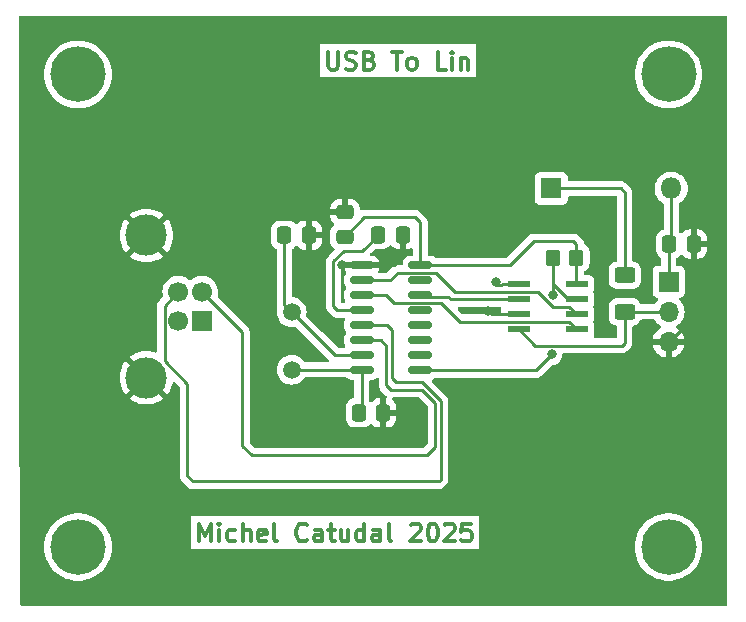
<source format=gtl>
G04 #@! TF.GenerationSoftware,KiCad,Pcbnew,8.0.6*
G04 #@! TF.CreationDate,2025-01-14T12:10:58-05:00*
G04 #@! TF.ProjectId,usb_lin,7573625f-6c69-46e2-9e6b-696361645f70,rev?*
G04 #@! TF.SameCoordinates,Original*
G04 #@! TF.FileFunction,Copper,L1,Top*
G04 #@! TF.FilePolarity,Positive*
%FSLAX46Y46*%
G04 Gerber Fmt 4.6, Leading zero omitted, Abs format (unit mm)*
G04 Created by KiCad (PCBNEW 8.0.6) date 2025-01-14 12:10:58*
%MOMM*%
%LPD*%
G01*
G04 APERTURE LIST*
G04 Aperture macros list*
%AMRoundRect*
0 Rectangle with rounded corners*
0 $1 Rounding radius*
0 $2 $3 $4 $5 $6 $7 $8 $9 X,Y pos of 4 corners*
0 Add a 4 corners polygon primitive as box body*
4,1,4,$2,$3,$4,$5,$6,$7,$8,$9,$2,$3,0*
0 Add four circle primitives for the rounded corners*
1,1,$1+$1,$2,$3*
1,1,$1+$1,$4,$5*
1,1,$1+$1,$6,$7*
1,1,$1+$1,$8,$9*
0 Add four rect primitives between the rounded corners*
20,1,$1+$1,$2,$3,$4,$5,0*
20,1,$1+$1,$4,$5,$6,$7,0*
20,1,$1+$1,$6,$7,$8,$9,0*
20,1,$1+$1,$8,$9,$2,$3,0*%
G04 Aperture macros list end*
%ADD10C,0.300000*%
G04 #@! TA.AperFunction,NonConductor*
%ADD11C,0.300000*%
G04 #@! TD*
G04 #@! TA.AperFunction,SMDPad,CuDef*
%ADD12RoundRect,0.250000X-0.337500X-0.475000X0.337500X-0.475000X0.337500X0.475000X-0.337500X0.475000X0*%
G04 #@! TD*
G04 #@! TA.AperFunction,SMDPad,CuDef*
%ADD13RoundRect,0.250000X0.475000X-0.337500X0.475000X0.337500X-0.475000X0.337500X-0.475000X-0.337500X0*%
G04 #@! TD*
G04 #@! TA.AperFunction,ComponentPad*
%ADD14R,1.700000X1.700000*%
G04 #@! TD*
G04 #@! TA.AperFunction,ComponentPad*
%ADD15C,1.700000*%
G04 #@! TD*
G04 #@! TA.AperFunction,ComponentPad*
%ADD16C,3.500000*%
G04 #@! TD*
G04 #@! TA.AperFunction,SMDPad,CuDef*
%ADD17RoundRect,0.150000X-0.825000X-0.150000X0.825000X-0.150000X0.825000X0.150000X-0.825000X0.150000X0*%
G04 #@! TD*
G04 #@! TA.AperFunction,ComponentPad*
%ADD18C,1.500000*%
G04 #@! TD*
G04 #@! TA.AperFunction,SMDPad,CuDef*
%ADD19RoundRect,0.250000X-0.625000X0.400000X-0.625000X-0.400000X0.625000X-0.400000X0.625000X0.400000X0*%
G04 #@! TD*
G04 #@! TA.AperFunction,ComponentPad*
%ADD20C,4.700000*%
G04 #@! TD*
G04 #@! TA.AperFunction,SMDPad,CuDef*
%ADD21R,1.981200X0.558800*%
G04 #@! TD*
G04 #@! TA.AperFunction,ComponentPad*
%ADD22O,1.700000X1.700000*%
G04 #@! TD*
G04 #@! TA.AperFunction,ComponentPad*
%ADD23R,1.800000X1.800000*%
G04 #@! TD*
G04 #@! TA.AperFunction,ComponentPad*
%ADD24O,1.800000X1.800000*%
G04 #@! TD*
G04 #@! TA.AperFunction,SMDPad,CuDef*
%ADD25RoundRect,0.250000X0.350000X0.450000X-0.350000X0.450000X-0.350000X-0.450000X0.350000X-0.450000X0*%
G04 #@! TD*
G04 #@! TA.AperFunction,ViaPad*
%ADD26C,0.800000*%
G04 #@! TD*
G04 #@! TA.AperFunction,Conductor*
%ADD27C,0.250000*%
G04 #@! TD*
G04 APERTURE END LIST*
D10*
D11*
X145250000Y-124528328D02*
X145250000Y-123028328D01*
X145250000Y-123028328D02*
X145750000Y-124099757D01*
X145750000Y-124099757D02*
X146250000Y-123028328D01*
X146250000Y-123028328D02*
X146250000Y-124528328D01*
X146964286Y-124528328D02*
X146964286Y-123528328D01*
X146964286Y-123028328D02*
X146892858Y-123099757D01*
X146892858Y-123099757D02*
X146964286Y-123171185D01*
X146964286Y-123171185D02*
X147035715Y-123099757D01*
X147035715Y-123099757D02*
X146964286Y-123028328D01*
X146964286Y-123028328D02*
X146964286Y-123171185D01*
X148321430Y-124456900D02*
X148178572Y-124528328D01*
X148178572Y-124528328D02*
X147892858Y-124528328D01*
X147892858Y-124528328D02*
X147750001Y-124456900D01*
X147750001Y-124456900D02*
X147678572Y-124385471D01*
X147678572Y-124385471D02*
X147607144Y-124242614D01*
X147607144Y-124242614D02*
X147607144Y-123814042D01*
X147607144Y-123814042D02*
X147678572Y-123671185D01*
X147678572Y-123671185D02*
X147750001Y-123599757D01*
X147750001Y-123599757D02*
X147892858Y-123528328D01*
X147892858Y-123528328D02*
X148178572Y-123528328D01*
X148178572Y-123528328D02*
X148321430Y-123599757D01*
X148964286Y-124528328D02*
X148964286Y-123028328D01*
X149607144Y-124528328D02*
X149607144Y-123742614D01*
X149607144Y-123742614D02*
X149535715Y-123599757D01*
X149535715Y-123599757D02*
X149392858Y-123528328D01*
X149392858Y-123528328D02*
X149178572Y-123528328D01*
X149178572Y-123528328D02*
X149035715Y-123599757D01*
X149035715Y-123599757D02*
X148964286Y-123671185D01*
X150892858Y-124456900D02*
X150750001Y-124528328D01*
X150750001Y-124528328D02*
X150464287Y-124528328D01*
X150464287Y-124528328D02*
X150321429Y-124456900D01*
X150321429Y-124456900D02*
X150250001Y-124314042D01*
X150250001Y-124314042D02*
X150250001Y-123742614D01*
X150250001Y-123742614D02*
X150321429Y-123599757D01*
X150321429Y-123599757D02*
X150464287Y-123528328D01*
X150464287Y-123528328D02*
X150750001Y-123528328D01*
X150750001Y-123528328D02*
X150892858Y-123599757D01*
X150892858Y-123599757D02*
X150964287Y-123742614D01*
X150964287Y-123742614D02*
X150964287Y-123885471D01*
X150964287Y-123885471D02*
X150250001Y-124028328D01*
X151821429Y-124528328D02*
X151678572Y-124456900D01*
X151678572Y-124456900D02*
X151607143Y-124314042D01*
X151607143Y-124314042D02*
X151607143Y-123028328D01*
X154392857Y-124385471D02*
X154321429Y-124456900D01*
X154321429Y-124456900D02*
X154107143Y-124528328D01*
X154107143Y-124528328D02*
X153964286Y-124528328D01*
X153964286Y-124528328D02*
X153750000Y-124456900D01*
X153750000Y-124456900D02*
X153607143Y-124314042D01*
X153607143Y-124314042D02*
X153535714Y-124171185D01*
X153535714Y-124171185D02*
X153464286Y-123885471D01*
X153464286Y-123885471D02*
X153464286Y-123671185D01*
X153464286Y-123671185D02*
X153535714Y-123385471D01*
X153535714Y-123385471D02*
X153607143Y-123242614D01*
X153607143Y-123242614D02*
X153750000Y-123099757D01*
X153750000Y-123099757D02*
X153964286Y-123028328D01*
X153964286Y-123028328D02*
X154107143Y-123028328D01*
X154107143Y-123028328D02*
X154321429Y-123099757D01*
X154321429Y-123099757D02*
X154392857Y-123171185D01*
X155678572Y-124528328D02*
X155678572Y-123742614D01*
X155678572Y-123742614D02*
X155607143Y-123599757D01*
X155607143Y-123599757D02*
X155464286Y-123528328D01*
X155464286Y-123528328D02*
X155178572Y-123528328D01*
X155178572Y-123528328D02*
X155035714Y-123599757D01*
X155678572Y-124456900D02*
X155535714Y-124528328D01*
X155535714Y-124528328D02*
X155178572Y-124528328D01*
X155178572Y-124528328D02*
X155035714Y-124456900D01*
X155035714Y-124456900D02*
X154964286Y-124314042D01*
X154964286Y-124314042D02*
X154964286Y-124171185D01*
X154964286Y-124171185D02*
X155035714Y-124028328D01*
X155035714Y-124028328D02*
X155178572Y-123956900D01*
X155178572Y-123956900D02*
X155535714Y-123956900D01*
X155535714Y-123956900D02*
X155678572Y-123885471D01*
X156178572Y-123528328D02*
X156750000Y-123528328D01*
X156392857Y-123028328D02*
X156392857Y-124314042D01*
X156392857Y-124314042D02*
X156464286Y-124456900D01*
X156464286Y-124456900D02*
X156607143Y-124528328D01*
X156607143Y-124528328D02*
X156750000Y-124528328D01*
X157892858Y-123528328D02*
X157892858Y-124528328D01*
X157250000Y-123528328D02*
X157250000Y-124314042D01*
X157250000Y-124314042D02*
X157321429Y-124456900D01*
X157321429Y-124456900D02*
X157464286Y-124528328D01*
X157464286Y-124528328D02*
X157678572Y-124528328D01*
X157678572Y-124528328D02*
X157821429Y-124456900D01*
X157821429Y-124456900D02*
X157892858Y-124385471D01*
X159250001Y-124528328D02*
X159250001Y-123028328D01*
X159250001Y-124456900D02*
X159107143Y-124528328D01*
X159107143Y-124528328D02*
X158821429Y-124528328D01*
X158821429Y-124528328D02*
X158678572Y-124456900D01*
X158678572Y-124456900D02*
X158607143Y-124385471D01*
X158607143Y-124385471D02*
X158535715Y-124242614D01*
X158535715Y-124242614D02*
X158535715Y-123814042D01*
X158535715Y-123814042D02*
X158607143Y-123671185D01*
X158607143Y-123671185D02*
X158678572Y-123599757D01*
X158678572Y-123599757D02*
X158821429Y-123528328D01*
X158821429Y-123528328D02*
X159107143Y-123528328D01*
X159107143Y-123528328D02*
X159250001Y-123599757D01*
X160607144Y-124528328D02*
X160607144Y-123742614D01*
X160607144Y-123742614D02*
X160535715Y-123599757D01*
X160535715Y-123599757D02*
X160392858Y-123528328D01*
X160392858Y-123528328D02*
X160107144Y-123528328D01*
X160107144Y-123528328D02*
X159964286Y-123599757D01*
X160607144Y-124456900D02*
X160464286Y-124528328D01*
X160464286Y-124528328D02*
X160107144Y-124528328D01*
X160107144Y-124528328D02*
X159964286Y-124456900D01*
X159964286Y-124456900D02*
X159892858Y-124314042D01*
X159892858Y-124314042D02*
X159892858Y-124171185D01*
X159892858Y-124171185D02*
X159964286Y-124028328D01*
X159964286Y-124028328D02*
X160107144Y-123956900D01*
X160107144Y-123956900D02*
X160464286Y-123956900D01*
X160464286Y-123956900D02*
X160607144Y-123885471D01*
X161535715Y-124528328D02*
X161392858Y-124456900D01*
X161392858Y-124456900D02*
X161321429Y-124314042D01*
X161321429Y-124314042D02*
X161321429Y-123028328D01*
X163178572Y-123171185D02*
X163250000Y-123099757D01*
X163250000Y-123099757D02*
X163392858Y-123028328D01*
X163392858Y-123028328D02*
X163750000Y-123028328D01*
X163750000Y-123028328D02*
X163892858Y-123099757D01*
X163892858Y-123099757D02*
X163964286Y-123171185D01*
X163964286Y-123171185D02*
X164035715Y-123314042D01*
X164035715Y-123314042D02*
X164035715Y-123456900D01*
X164035715Y-123456900D02*
X163964286Y-123671185D01*
X163964286Y-123671185D02*
X163107143Y-124528328D01*
X163107143Y-124528328D02*
X164035715Y-124528328D01*
X164964286Y-123028328D02*
X165107143Y-123028328D01*
X165107143Y-123028328D02*
X165250000Y-123099757D01*
X165250000Y-123099757D02*
X165321429Y-123171185D01*
X165321429Y-123171185D02*
X165392857Y-123314042D01*
X165392857Y-123314042D02*
X165464286Y-123599757D01*
X165464286Y-123599757D02*
X165464286Y-123956900D01*
X165464286Y-123956900D02*
X165392857Y-124242614D01*
X165392857Y-124242614D02*
X165321429Y-124385471D01*
X165321429Y-124385471D02*
X165250000Y-124456900D01*
X165250000Y-124456900D02*
X165107143Y-124528328D01*
X165107143Y-124528328D02*
X164964286Y-124528328D01*
X164964286Y-124528328D02*
X164821429Y-124456900D01*
X164821429Y-124456900D02*
X164750000Y-124385471D01*
X164750000Y-124385471D02*
X164678571Y-124242614D01*
X164678571Y-124242614D02*
X164607143Y-123956900D01*
X164607143Y-123956900D02*
X164607143Y-123599757D01*
X164607143Y-123599757D02*
X164678571Y-123314042D01*
X164678571Y-123314042D02*
X164750000Y-123171185D01*
X164750000Y-123171185D02*
X164821429Y-123099757D01*
X164821429Y-123099757D02*
X164964286Y-123028328D01*
X166035714Y-123171185D02*
X166107142Y-123099757D01*
X166107142Y-123099757D02*
X166250000Y-123028328D01*
X166250000Y-123028328D02*
X166607142Y-123028328D01*
X166607142Y-123028328D02*
X166750000Y-123099757D01*
X166750000Y-123099757D02*
X166821428Y-123171185D01*
X166821428Y-123171185D02*
X166892857Y-123314042D01*
X166892857Y-123314042D02*
X166892857Y-123456900D01*
X166892857Y-123456900D02*
X166821428Y-123671185D01*
X166821428Y-123671185D02*
X165964285Y-124528328D01*
X165964285Y-124528328D02*
X166892857Y-124528328D01*
X168249999Y-123028328D02*
X167535713Y-123028328D01*
X167535713Y-123028328D02*
X167464285Y-123742614D01*
X167464285Y-123742614D02*
X167535713Y-123671185D01*
X167535713Y-123671185D02*
X167678571Y-123599757D01*
X167678571Y-123599757D02*
X168035713Y-123599757D01*
X168035713Y-123599757D02*
X168178571Y-123671185D01*
X168178571Y-123671185D02*
X168249999Y-123742614D01*
X168249999Y-123742614D02*
X168321428Y-123885471D01*
X168321428Y-123885471D02*
X168321428Y-124242614D01*
X168321428Y-124242614D02*
X168249999Y-124385471D01*
X168249999Y-124385471D02*
X168178571Y-124456900D01*
X168178571Y-124456900D02*
X168035713Y-124528328D01*
X168035713Y-124528328D02*
X167678571Y-124528328D01*
X167678571Y-124528328D02*
X167535713Y-124456900D01*
X167535713Y-124456900D02*
X167464285Y-124385471D01*
D10*
D11*
X156171428Y-83078328D02*
X156171428Y-84292614D01*
X156171428Y-84292614D02*
X156242857Y-84435471D01*
X156242857Y-84435471D02*
X156314286Y-84506900D01*
X156314286Y-84506900D02*
X156457143Y-84578328D01*
X156457143Y-84578328D02*
X156742857Y-84578328D01*
X156742857Y-84578328D02*
X156885714Y-84506900D01*
X156885714Y-84506900D02*
X156957143Y-84435471D01*
X156957143Y-84435471D02*
X157028571Y-84292614D01*
X157028571Y-84292614D02*
X157028571Y-83078328D01*
X157671429Y-84506900D02*
X157885715Y-84578328D01*
X157885715Y-84578328D02*
X158242857Y-84578328D01*
X158242857Y-84578328D02*
X158385715Y-84506900D01*
X158385715Y-84506900D02*
X158457143Y-84435471D01*
X158457143Y-84435471D02*
X158528572Y-84292614D01*
X158528572Y-84292614D02*
X158528572Y-84149757D01*
X158528572Y-84149757D02*
X158457143Y-84006900D01*
X158457143Y-84006900D02*
X158385715Y-83935471D01*
X158385715Y-83935471D02*
X158242857Y-83864042D01*
X158242857Y-83864042D02*
X157957143Y-83792614D01*
X157957143Y-83792614D02*
X157814286Y-83721185D01*
X157814286Y-83721185D02*
X157742857Y-83649757D01*
X157742857Y-83649757D02*
X157671429Y-83506900D01*
X157671429Y-83506900D02*
X157671429Y-83364042D01*
X157671429Y-83364042D02*
X157742857Y-83221185D01*
X157742857Y-83221185D02*
X157814286Y-83149757D01*
X157814286Y-83149757D02*
X157957143Y-83078328D01*
X157957143Y-83078328D02*
X158314286Y-83078328D01*
X158314286Y-83078328D02*
X158528572Y-83149757D01*
X159671428Y-83792614D02*
X159885714Y-83864042D01*
X159885714Y-83864042D02*
X159957143Y-83935471D01*
X159957143Y-83935471D02*
X160028571Y-84078328D01*
X160028571Y-84078328D02*
X160028571Y-84292614D01*
X160028571Y-84292614D02*
X159957143Y-84435471D01*
X159957143Y-84435471D02*
X159885714Y-84506900D01*
X159885714Y-84506900D02*
X159742857Y-84578328D01*
X159742857Y-84578328D02*
X159171428Y-84578328D01*
X159171428Y-84578328D02*
X159171428Y-83078328D01*
X159171428Y-83078328D02*
X159671428Y-83078328D01*
X159671428Y-83078328D02*
X159814286Y-83149757D01*
X159814286Y-83149757D02*
X159885714Y-83221185D01*
X159885714Y-83221185D02*
X159957143Y-83364042D01*
X159957143Y-83364042D02*
X159957143Y-83506900D01*
X159957143Y-83506900D02*
X159885714Y-83649757D01*
X159885714Y-83649757D02*
X159814286Y-83721185D01*
X159814286Y-83721185D02*
X159671428Y-83792614D01*
X159671428Y-83792614D02*
X159171428Y-83792614D01*
X161600000Y-83078328D02*
X162457143Y-83078328D01*
X162028571Y-84578328D02*
X162028571Y-83078328D01*
X163171428Y-84578328D02*
X163028571Y-84506900D01*
X163028571Y-84506900D02*
X162957142Y-84435471D01*
X162957142Y-84435471D02*
X162885714Y-84292614D01*
X162885714Y-84292614D02*
X162885714Y-83864042D01*
X162885714Y-83864042D02*
X162957142Y-83721185D01*
X162957142Y-83721185D02*
X163028571Y-83649757D01*
X163028571Y-83649757D02*
X163171428Y-83578328D01*
X163171428Y-83578328D02*
X163385714Y-83578328D01*
X163385714Y-83578328D02*
X163528571Y-83649757D01*
X163528571Y-83649757D02*
X163600000Y-83721185D01*
X163600000Y-83721185D02*
X163671428Y-83864042D01*
X163671428Y-83864042D02*
X163671428Y-84292614D01*
X163671428Y-84292614D02*
X163600000Y-84435471D01*
X163600000Y-84435471D02*
X163528571Y-84506900D01*
X163528571Y-84506900D02*
X163385714Y-84578328D01*
X163385714Y-84578328D02*
X163171428Y-84578328D01*
X166171428Y-84578328D02*
X165457142Y-84578328D01*
X165457142Y-84578328D02*
X165457142Y-83078328D01*
X166671428Y-84578328D02*
X166671428Y-83578328D01*
X166671428Y-83078328D02*
X166600000Y-83149757D01*
X166600000Y-83149757D02*
X166671428Y-83221185D01*
X166671428Y-83221185D02*
X166742857Y-83149757D01*
X166742857Y-83149757D02*
X166671428Y-83078328D01*
X166671428Y-83078328D02*
X166671428Y-83221185D01*
X167385714Y-83578328D02*
X167385714Y-84578328D01*
X167385714Y-83721185D02*
X167457143Y-83649757D01*
X167457143Y-83649757D02*
X167600000Y-83578328D01*
X167600000Y-83578328D02*
X167814286Y-83578328D01*
X167814286Y-83578328D02*
X167957143Y-83649757D01*
X167957143Y-83649757D02*
X168028572Y-83792614D01*
X168028572Y-83792614D02*
X168028572Y-84578328D01*
D12*
X152462500Y-98600000D03*
X154537500Y-98600000D03*
X158762500Y-113650000D03*
X160837500Y-113650000D03*
X160437500Y-98550000D03*
X162512500Y-98550000D03*
D13*
X157600000Y-98737500D03*
X157600000Y-96662500D03*
D14*
X145500000Y-105900000D03*
D15*
X145500000Y-103400000D03*
X143500000Y-103400000D03*
X143500000Y-105900000D03*
D16*
X140790000Y-110670000D03*
X140790000Y-98630000D03*
D17*
X159025000Y-101155000D03*
X159025000Y-102425000D03*
X159025000Y-103695000D03*
X159025000Y-104965000D03*
X159025000Y-106235000D03*
X159025000Y-107505000D03*
X159025000Y-108775000D03*
X159025000Y-110045000D03*
X163975000Y-110045000D03*
X163975000Y-108775000D03*
X163975000Y-107505000D03*
X163975000Y-106235000D03*
X163975000Y-104965000D03*
X163975000Y-103695000D03*
X163975000Y-102425000D03*
X163975000Y-101155000D03*
D18*
X153100000Y-110000000D03*
X153100000Y-105120000D03*
D19*
X181300000Y-102000000D03*
X181300000Y-105100000D03*
D20*
X135000000Y-125000000D03*
X135000000Y-85000000D03*
D21*
X172300000Y-102780000D03*
X172300000Y-104050000D03*
X172300000Y-105320000D03*
X172300000Y-106590000D03*
X177227600Y-106590000D03*
X177227600Y-105320000D03*
X177227600Y-104050000D03*
X177227600Y-102780000D03*
D14*
X185000000Y-102550000D03*
D22*
X185000000Y-105090000D03*
X185000000Y-107630000D03*
D23*
X175070000Y-94650000D03*
D24*
X185230000Y-94650000D03*
D20*
X185000000Y-85000000D03*
D12*
X185062500Y-99350000D03*
X187137500Y-99350000D03*
D20*
X185000000Y-125000000D03*
D25*
X177200000Y-100500000D03*
X175200000Y-100500000D03*
D26*
X157350000Y-101155000D03*
X162500000Y-100200000D03*
X163100000Y-113600000D03*
X155800000Y-96675000D03*
X169700000Y-105000000D03*
X170350000Y-102600000D03*
X175100000Y-108700000D03*
X175200000Y-103650000D03*
D27*
X161795000Y-101155000D02*
X162500000Y-100450000D01*
X163100000Y-113600000D02*
X160875000Y-113600000D01*
X170020000Y-105320000D02*
X169700000Y-105000000D01*
X162500000Y-100200000D02*
X162500000Y-98550000D01*
X159025000Y-101155000D02*
X161795000Y-101155000D01*
X155150000Y-96650000D02*
X155400000Y-96650000D01*
X154525000Y-98600000D02*
X154525000Y-97275000D01*
X157350000Y-101155000D02*
X159025000Y-101155000D01*
X187137500Y-105492500D02*
X185000000Y-107630000D01*
X162500000Y-100450000D02*
X162500000Y-100200000D01*
X160875000Y-113600000D02*
X160825000Y-113650000D01*
X154525000Y-97275000D02*
X155150000Y-96650000D01*
X155400000Y-96650000D02*
X155425000Y-96675000D01*
X187137500Y-99350000D02*
X187137500Y-105492500D01*
X172300000Y-105320000D02*
X170020000Y-105320000D01*
X155800000Y-96675000D02*
X156050000Y-96675000D01*
X155425000Y-96675000D02*
X155800000Y-96675000D01*
X156050000Y-96675000D02*
X157600000Y-96675000D01*
X152475000Y-104495000D02*
X153100000Y-105120000D01*
X156755000Y-108775000D02*
X159025000Y-108775000D01*
X152475000Y-98600000D02*
X152475000Y-104495000D01*
X153100000Y-105120000D02*
X156755000Y-108775000D01*
X159025000Y-113400000D02*
X158775000Y-113650000D01*
X159025000Y-110045000D02*
X159025000Y-113400000D01*
X158980000Y-110000000D02*
X159025000Y-110045000D01*
X153100000Y-110000000D02*
X158980000Y-110000000D01*
X159050000Y-99950000D02*
X157500000Y-99950000D01*
X156625000Y-104625000D02*
X156965000Y-104965000D01*
X160450000Y-98550000D02*
X159050000Y-99950000D01*
X157500000Y-99950000D02*
X156625000Y-100825000D01*
X156965000Y-104965000D02*
X159025000Y-104965000D01*
X156625000Y-100825000D02*
X156625000Y-104625000D01*
X163975000Y-97525000D02*
X163975000Y-101155000D01*
X159225000Y-97100000D02*
X163550000Y-97100000D01*
X171545000Y-101155000D02*
X173600000Y-99100000D01*
X173600000Y-99100000D02*
X176950000Y-99100000D01*
X177200000Y-102752400D02*
X177227600Y-102780000D01*
X163550000Y-97100000D02*
X163975000Y-97525000D01*
X176950000Y-99100000D02*
X177200000Y-99350000D01*
X177200000Y-100500000D02*
X177200000Y-102752400D01*
X157600000Y-98725000D02*
X159225000Y-97100000D01*
X163975000Y-101155000D02*
X171545000Y-101155000D01*
X177200000Y-99350000D02*
X177200000Y-100500000D01*
X170550000Y-102800000D02*
X170900000Y-102800000D01*
X170920000Y-102780000D02*
X172300000Y-102780000D01*
X185062500Y-99350000D02*
X185062500Y-99362500D01*
X185062500Y-99362500D02*
X185000000Y-99425000D01*
X185230000Y-94650000D02*
X185230000Y-99182500D01*
X170900000Y-102800000D02*
X170920000Y-102780000D01*
X185230000Y-99182500D02*
X185062500Y-99350000D01*
X170350000Y-102600000D02*
X170550000Y-102800000D01*
X185000000Y-99425000D02*
X185000000Y-102550000D01*
X180950000Y-94650000D02*
X181300000Y-95000000D01*
X181300000Y-95000000D02*
X181300000Y-102000000D01*
X175070000Y-94650000D02*
X180950000Y-94650000D01*
X165700000Y-112613604D02*
X164136396Y-111050000D01*
X165700000Y-119300000D02*
X165700000Y-112613604D01*
X165550000Y-119450000D02*
X165700000Y-119300000D01*
X142325000Y-109270506D02*
X144250000Y-111195506D01*
X161600000Y-106650000D02*
X161150000Y-106200000D01*
X161950000Y-111050000D02*
X161600000Y-110700000D01*
X161600000Y-110700000D02*
X161600000Y-106650000D01*
X144250000Y-111195506D02*
X144250000Y-119000000D01*
X161150000Y-106200000D02*
X161115000Y-106235000D01*
X164136396Y-111050000D02*
X161950000Y-111050000D01*
X144700000Y-119450000D02*
X165550000Y-119450000D01*
X143500000Y-103400000D02*
X142325000Y-104575000D01*
X144250000Y-119000000D02*
X144700000Y-119450000D01*
X161115000Y-106235000D02*
X159025000Y-106235000D01*
X142325000Y-104575000D02*
X142325000Y-109270506D01*
X164150000Y-111700000D02*
X161500000Y-111700000D01*
X164550000Y-117250000D02*
X165250000Y-116550000D01*
X161100000Y-111300000D02*
X161100000Y-107950000D01*
X145500000Y-103400000D02*
X148900000Y-106800000D01*
X160650000Y-107500000D02*
X160645000Y-107505000D01*
X161500000Y-111700000D02*
X161100000Y-111300000D01*
X149700000Y-117250000D02*
X164550000Y-117250000D01*
X160645000Y-107505000D02*
X159025000Y-107505000D01*
X165250000Y-112800000D02*
X164150000Y-111700000D01*
X148900000Y-106800000D02*
X148900000Y-116450000D01*
X165250000Y-116550000D02*
X165250000Y-112800000D01*
X148900000Y-116450000D02*
X149700000Y-117250000D01*
X161100000Y-107950000D02*
X160650000Y-107500000D01*
X172300000Y-106590000D02*
X173660000Y-107950000D01*
X181050000Y-107950000D02*
X181300000Y-107700000D01*
X173660000Y-107950000D02*
X181050000Y-107950000D01*
X184990000Y-105100000D02*
X185000000Y-105090000D01*
X181300000Y-105100000D02*
X184990000Y-105100000D01*
X181300000Y-107700000D02*
X181300000Y-105100000D01*
X175100000Y-108700000D02*
X173755000Y-110045000D01*
X175200000Y-103650000D02*
X175200000Y-102733600D01*
X173755000Y-110045000D02*
X163975000Y-110045000D01*
X175200000Y-100500000D02*
X175200000Y-102733600D01*
X176516400Y-104050000D02*
X177227600Y-104050000D01*
X175200000Y-102733600D02*
X176516400Y-104050000D01*
X166550000Y-104050000D02*
X172300000Y-104050000D01*
X164130000Y-103850000D02*
X166350000Y-103850000D01*
X163975000Y-103695000D02*
X164130000Y-103850000D01*
X166350000Y-103850000D02*
X166550000Y-104050000D01*
X165330000Y-101780000D02*
X162070000Y-101780000D01*
X173924695Y-103400000D02*
X166950000Y-103400000D01*
X177227600Y-105320000D02*
X176562000Y-104654400D01*
X166950000Y-103400000D02*
X165330000Y-101780000D01*
X161425000Y-102425000D02*
X159025000Y-102425000D01*
X175179095Y-104654400D02*
X173924695Y-103400000D01*
X176562000Y-104654400D02*
X175179095Y-104654400D01*
X162070000Y-101780000D02*
X161425000Y-102425000D01*
X176562000Y-105924400D02*
X167299400Y-105924400D01*
X167299400Y-105924400D02*
X165695000Y-104320000D01*
X161720000Y-104320000D02*
X161095000Y-103695000D01*
X165695000Y-104320000D02*
X161720000Y-104320000D01*
X161095000Y-103695000D02*
X159025000Y-103695000D01*
X177227600Y-106590000D02*
X176562000Y-105924400D01*
G04 #@! TA.AperFunction,Conductor*
G36*
X170787053Y-104703502D02*
G01*
X170833546Y-104757158D01*
X170843650Y-104827432D01*
X170836988Y-104853532D01*
X170807905Y-104931505D01*
X170801400Y-104992002D01*
X170801400Y-105164900D01*
X170781398Y-105233021D01*
X170727742Y-105279514D01*
X170675400Y-105290900D01*
X167613994Y-105290900D01*
X167545873Y-105270898D01*
X167524899Y-105253995D01*
X167169499Y-104898595D01*
X167135473Y-104836283D01*
X167140538Y-104765468D01*
X167183085Y-104708632D01*
X167249605Y-104683821D01*
X167258594Y-104683500D01*
X170718932Y-104683500D01*
X170787053Y-104703502D01*
G37*
G04 #@! TD.AperFunction*
G04 #@! TA.AperFunction,Conductor*
G36*
X162708621Y-98316002D02*
G01*
X162755114Y-98369658D01*
X162766500Y-98422000D01*
X162766500Y-99783000D01*
X162900517Y-99783000D01*
X162900516Y-99782999D01*
X163004318Y-99772394D01*
X163004330Y-99772392D01*
X163175867Y-99715550D01*
X163246821Y-99713109D01*
X163307832Y-99749417D01*
X163339527Y-99812946D01*
X163341500Y-99835154D01*
X163341500Y-100220500D01*
X163321498Y-100288621D01*
X163267842Y-100335114D01*
X163215500Y-100346500D01*
X163083489Y-100346500D01*
X163046171Y-100349437D01*
X163046170Y-100349437D01*
X162886394Y-100395856D01*
X162743196Y-100480544D01*
X162743189Y-100480549D01*
X162625549Y-100598189D01*
X162625544Y-100598196D01*
X162540856Y-100741394D01*
X162494437Y-100901170D01*
X162494437Y-100901171D01*
X162491500Y-100938488D01*
X162491500Y-101020500D01*
X162471498Y-101088621D01*
X162417842Y-101135114D01*
X162365500Y-101146500D01*
X162007603Y-101146500D01*
X161885214Y-101170845D01*
X161885209Y-101170847D01*
X161769924Y-101218599D01*
X161666167Y-101287927D01*
X161199501Y-101754595D01*
X161137188Y-101788620D01*
X161110405Y-101791500D01*
X160547643Y-101791500D01*
X160479522Y-101771498D01*
X160433029Y-101717842D01*
X160422925Y-101647568D01*
X160439189Y-101601361D01*
X160458681Y-101568401D01*
X160504993Y-101409000D01*
X157545007Y-101409000D01*
X157591318Y-101568401D01*
X157675946Y-101711498D01*
X157676616Y-101712362D01*
X157676930Y-101713162D01*
X157679981Y-101718321D01*
X157679148Y-101718813D01*
X157702563Y-101778448D01*
X157688662Y-101848070D01*
X157676625Y-101866802D01*
X157675551Y-101868186D01*
X157590856Y-102011396D01*
X157544437Y-102171170D01*
X157544437Y-102171171D01*
X157541500Y-102208488D01*
X157541500Y-102641511D01*
X157544437Y-102678828D01*
X157544437Y-102678829D01*
X157590856Y-102838605D01*
X157675543Y-102981802D01*
X157676298Y-102982775D01*
X157676652Y-102983676D01*
X157679582Y-102988631D01*
X157678782Y-102989103D01*
X157702244Y-103048861D01*
X157688342Y-103118483D01*
X157676298Y-103137225D01*
X157675543Y-103138197D01*
X157590856Y-103281394D01*
X157544437Y-103441170D01*
X157544437Y-103441171D01*
X157541500Y-103478488D01*
X157541500Y-103911511D01*
X157544437Y-103948828D01*
X157544437Y-103948829D01*
X157590855Y-104108602D01*
X157610229Y-104141361D01*
X157627688Y-104210178D01*
X157605171Y-104277509D01*
X157549826Y-104321978D01*
X157501775Y-104331500D01*
X157384500Y-104331500D01*
X157316379Y-104311498D01*
X157269886Y-104257842D01*
X157258500Y-104205500D01*
X157258500Y-101139594D01*
X157278502Y-101071473D01*
X157295400Y-101050503D01*
X157408000Y-100937904D01*
X157470312Y-100903879D01*
X157497095Y-100901000D01*
X160504992Y-100901000D01*
X160458681Y-100741598D01*
X160374051Y-100598498D01*
X160374050Y-100598496D01*
X160256503Y-100480949D01*
X160256501Y-100480948D01*
X160113401Y-100396318D01*
X159953748Y-100349934D01*
X159953750Y-100349934D01*
X159916456Y-100347000D01*
X159853093Y-100347000D01*
X159784972Y-100326998D01*
X159738479Y-100273342D01*
X159728375Y-100203068D01*
X159757869Y-100138488D01*
X159763990Y-100131912D01*
X160075499Y-99820403D01*
X160137811Y-99786378D01*
X160164594Y-99783499D01*
X160825544Y-99783499D01*
X160929426Y-99772887D01*
X161097738Y-99717115D01*
X161248652Y-99624030D01*
X161374030Y-99498652D01*
X161374037Y-99498639D01*
X161376478Y-99495554D01*
X161378709Y-99493973D01*
X161379220Y-99493463D01*
X161379307Y-99493550D01*
X161434416Y-99454521D01*
X161505340Y-99451324D01*
X161566734Y-99486980D01*
X161574161Y-99495551D01*
X161576369Y-99498344D01*
X161701654Y-99623629D01*
X161701660Y-99623634D01*
X161852474Y-99716657D01*
X162020678Y-99772393D01*
X162020681Y-99772394D01*
X162124483Y-99782999D01*
X162124483Y-99783000D01*
X162258500Y-99783000D01*
X162258500Y-98422000D01*
X162278502Y-98353879D01*
X162332158Y-98307386D01*
X162384500Y-98296000D01*
X162640500Y-98296000D01*
X162708621Y-98316002D01*
G37*
G04 #@! TD.AperFunction*
G04 #@! TA.AperFunction,Conductor*
G36*
X189916621Y-80045502D02*
G01*
X189963114Y-80099158D01*
X189974500Y-80151500D01*
X189974500Y-129848500D01*
X189954498Y-129916621D01*
X189900842Y-129963114D01*
X189848500Y-129974500D01*
X130224999Y-129974500D01*
X130156878Y-129954498D01*
X130110385Y-129900842D01*
X130099000Y-129849002D01*
X130080452Y-125193553D01*
X130079681Y-125000000D01*
X132136656Y-125000000D01*
X132156016Y-125332403D01*
X132156016Y-125332409D01*
X132156017Y-125332414D01*
X132213838Y-125660333D01*
X132309337Y-125979321D01*
X132309339Y-125979327D01*
X132309340Y-125979328D01*
X132441220Y-126285063D01*
X132441222Y-126285066D01*
X132607711Y-126573433D01*
X132607714Y-126573437D01*
X132806552Y-126840523D01*
X133035057Y-127082724D01*
X133290134Y-127296758D01*
X133568320Y-127479724D01*
X133568328Y-127479729D01*
X133865887Y-127629169D01*
X134022335Y-127686111D01*
X134178775Y-127743051D01*
X134178776Y-127743051D01*
X134178784Y-127743054D01*
X134502786Y-127819843D01*
X134691771Y-127841932D01*
X134833508Y-127858500D01*
X134833511Y-127858500D01*
X135166492Y-127858500D01*
X135290510Y-127844003D01*
X135497214Y-127819843D01*
X135821216Y-127743054D01*
X136134113Y-127629169D01*
X136431672Y-127479729D01*
X136709870Y-127296755D01*
X136964946Y-127082721D01*
X137193449Y-126840522D01*
X137392289Y-126573433D01*
X137558778Y-126285066D01*
X137690663Y-125979321D01*
X137786162Y-125660333D01*
X137843983Y-125332414D01*
X137852071Y-125193553D01*
X144585339Y-125193553D01*
X168986653Y-125193553D01*
X168986653Y-125000000D01*
X182136656Y-125000000D01*
X182156016Y-125332403D01*
X182156016Y-125332409D01*
X182156017Y-125332414D01*
X182213838Y-125660333D01*
X182309337Y-125979321D01*
X182309339Y-125979327D01*
X182309340Y-125979328D01*
X182441220Y-126285063D01*
X182441222Y-126285066D01*
X182607711Y-126573433D01*
X182607714Y-126573437D01*
X182806552Y-126840523D01*
X183035057Y-127082724D01*
X183290134Y-127296758D01*
X183568320Y-127479724D01*
X183568328Y-127479729D01*
X183865887Y-127629169D01*
X184022335Y-127686111D01*
X184178775Y-127743051D01*
X184178776Y-127743051D01*
X184178784Y-127743054D01*
X184502786Y-127819843D01*
X184691771Y-127841932D01*
X184833508Y-127858500D01*
X184833511Y-127858500D01*
X185166492Y-127858500D01*
X185290510Y-127844003D01*
X185497214Y-127819843D01*
X185821216Y-127743054D01*
X186134113Y-127629169D01*
X186431672Y-127479729D01*
X186709870Y-127296755D01*
X186964946Y-127082721D01*
X187193449Y-126840522D01*
X187392289Y-126573433D01*
X187558778Y-126285066D01*
X187690663Y-125979321D01*
X187786162Y-125660333D01*
X187843983Y-125332414D01*
X187863344Y-125000000D01*
X187843983Y-124667586D01*
X187786162Y-124339667D01*
X187690663Y-124020679D01*
X187558778Y-123714934D01*
X187392289Y-123426567D01*
X187193449Y-123159478D01*
X186964946Y-122917279D01*
X186964944Y-122917278D01*
X186964942Y-122917275D01*
X186709865Y-122703241D01*
X186431679Y-122520275D01*
X186431675Y-122520273D01*
X186431672Y-122520271D01*
X186134113Y-122370831D01*
X186134108Y-122370829D01*
X186134103Y-122370827D01*
X185821224Y-122256948D01*
X185821217Y-122256946D01*
X185821216Y-122256946D01*
X185639258Y-122213821D01*
X185497219Y-122180158D01*
X185497209Y-122180156D01*
X185166492Y-122141500D01*
X185166489Y-122141500D01*
X184833511Y-122141500D01*
X184833508Y-122141500D01*
X184502790Y-122180156D01*
X184502780Y-122180158D01*
X184178784Y-122256946D01*
X184178775Y-122256948D01*
X183865896Y-122370827D01*
X183865891Y-122370829D01*
X183568320Y-122520275D01*
X183290134Y-122703241D01*
X183035057Y-122917275D01*
X182806552Y-123159476D01*
X182607714Y-123426562D01*
X182607704Y-123426578D01*
X182441223Y-123714931D01*
X182441220Y-123714936D01*
X182309340Y-124020671D01*
X182309338Y-124020677D01*
X182213838Y-124339666D01*
X182156016Y-124667590D01*
X182156016Y-124667596D01*
X182136656Y-125000000D01*
X168986653Y-125000000D01*
X168986653Y-122362629D01*
X144585339Y-122362629D01*
X144585339Y-125193553D01*
X137852071Y-125193553D01*
X137863344Y-125000000D01*
X137843983Y-124667586D01*
X137786162Y-124339667D01*
X137690663Y-124020679D01*
X137558778Y-123714934D01*
X137392289Y-123426567D01*
X137193449Y-123159478D01*
X136964946Y-122917279D01*
X136964944Y-122917278D01*
X136964942Y-122917275D01*
X136709865Y-122703241D01*
X136431679Y-122520275D01*
X136431675Y-122520273D01*
X136431672Y-122520271D01*
X136134113Y-122370831D01*
X136134108Y-122370829D01*
X136134103Y-122370827D01*
X135821224Y-122256948D01*
X135821217Y-122256946D01*
X135821216Y-122256946D01*
X135639258Y-122213821D01*
X135497219Y-122180158D01*
X135497209Y-122180156D01*
X135166492Y-122141500D01*
X135166489Y-122141500D01*
X134833511Y-122141500D01*
X134833508Y-122141500D01*
X134502790Y-122180156D01*
X134502780Y-122180158D01*
X134178784Y-122256946D01*
X134178775Y-122256948D01*
X133865896Y-122370827D01*
X133865891Y-122370829D01*
X133568320Y-122520275D01*
X133290134Y-122703241D01*
X133035057Y-122917275D01*
X132806552Y-123159476D01*
X132607714Y-123426562D01*
X132607704Y-123426578D01*
X132441223Y-123714931D01*
X132441220Y-123714936D01*
X132309340Y-124020671D01*
X132309338Y-124020677D01*
X132213838Y-124339666D01*
X132156016Y-124667590D01*
X132156016Y-124667596D01*
X132136656Y-125000000D01*
X130079681Y-125000000D01*
X130025501Y-111400724D01*
X130025500Y-111400222D01*
X130025500Y-110669996D01*
X138527155Y-110669996D01*
X138527155Y-110670003D01*
X138546513Y-110965356D01*
X138546515Y-110965370D01*
X138604260Y-111255665D01*
X138604262Y-111255675D01*
X138699401Y-111535945D01*
X138699407Y-111535959D01*
X138830317Y-111801420D01*
X138994763Y-112047532D01*
X138994766Y-112047536D01*
X139022092Y-112078695D01*
X139022094Y-112078695D01*
X139804793Y-111295995D01*
X139901388Y-111428946D01*
X140031054Y-111558612D01*
X140164002Y-111655205D01*
X139381303Y-112437904D01*
X139381303Y-112437906D01*
X139412463Y-112465233D01*
X139412467Y-112465236D01*
X139658579Y-112629682D01*
X139924040Y-112760592D01*
X139924054Y-112760598D01*
X140204324Y-112855737D01*
X140204334Y-112855739D01*
X140494629Y-112913484D01*
X140494643Y-112913486D01*
X140789997Y-112932845D01*
X140790003Y-112932845D01*
X141085356Y-112913486D01*
X141085370Y-112913484D01*
X141375665Y-112855739D01*
X141375675Y-112855737D01*
X141655945Y-112760598D01*
X141655959Y-112760592D01*
X141921420Y-112629682D01*
X142167531Y-112465236D01*
X142198695Y-112437906D01*
X142198695Y-112437904D01*
X141415996Y-111655205D01*
X141548946Y-111558612D01*
X141678612Y-111428946D01*
X141775205Y-111295996D01*
X142557904Y-112078695D01*
X142557906Y-112078695D01*
X142585236Y-112047531D01*
X142749682Y-111801420D01*
X142880592Y-111535959D01*
X142880598Y-111535945D01*
X142975737Y-111255675D01*
X142975740Y-111255662D01*
X143002506Y-111121104D01*
X143035413Y-111058194D01*
X143097108Y-111023062D01*
X143168003Y-111026862D01*
X143215180Y-111056590D01*
X143579595Y-111421005D01*
X143613621Y-111483317D01*
X143616500Y-111510100D01*
X143616500Y-118937606D01*
X143616500Y-119062394D01*
X143640845Y-119184785D01*
X143688600Y-119300075D01*
X143757929Y-119403833D01*
X144296167Y-119942071D01*
X144399925Y-120011400D01*
X144515215Y-120059155D01*
X144637606Y-120083500D01*
X144637607Y-120083500D01*
X165612393Y-120083500D01*
X165612394Y-120083500D01*
X165734785Y-120059155D01*
X165850075Y-120011400D01*
X165953833Y-119942071D01*
X166192071Y-119703833D01*
X166261400Y-119600075D01*
X166309155Y-119484785D01*
X166333500Y-119362394D01*
X166333500Y-119237606D01*
X166333500Y-112551210D01*
X166309155Y-112428819D01*
X166261400Y-112313529D01*
X166192071Y-112209771D01*
X166103833Y-112121533D01*
X164999490Y-111017190D01*
X164965464Y-110954878D01*
X164970529Y-110884063D01*
X165013076Y-110827227D01*
X165053430Y-110807099D01*
X165063601Y-110804145D01*
X165206807Y-110719453D01*
X165206810Y-110719450D01*
X165210856Y-110715405D01*
X165273168Y-110681379D01*
X165299951Y-110678500D01*
X173817393Y-110678500D01*
X173817394Y-110678500D01*
X173939785Y-110654155D01*
X174055075Y-110606400D01*
X174158833Y-110537071D01*
X175050499Y-109645405D01*
X175112811Y-109611379D01*
X175139594Y-109608500D01*
X175195487Y-109608500D01*
X175382288Y-109568794D01*
X175556752Y-109491118D01*
X175711253Y-109378866D01*
X175715099Y-109374595D01*
X175839034Y-109236951D01*
X175839035Y-109236949D01*
X175839040Y-109236944D01*
X175934527Y-109071556D01*
X175993542Y-108889928D01*
X176007630Y-108755885D01*
X176013890Y-108696330D01*
X176040903Y-108630673D01*
X176099125Y-108590043D01*
X176139200Y-108583500D01*
X181112393Y-108583500D01*
X181112394Y-108583500D01*
X181234785Y-108559155D01*
X181350075Y-108511400D01*
X181453833Y-108442071D01*
X181792071Y-108103833D01*
X181861400Y-108000075D01*
X181909155Y-107884785D01*
X181933500Y-107762394D01*
X181933500Y-107637607D01*
X181933500Y-106376578D01*
X181953502Y-106308457D01*
X182007158Y-106261964D01*
X182046694Y-106251230D01*
X182079426Y-106247887D01*
X182247738Y-106192115D01*
X182398652Y-106099030D01*
X182524030Y-105973652D01*
X182617115Y-105822738D01*
X182617559Y-105821399D01*
X182618068Y-105819863D01*
X182619255Y-105818148D01*
X182620217Y-105816086D01*
X182620569Y-105816250D01*
X182658484Y-105761493D01*
X182724041Y-105734239D01*
X182737671Y-105733500D01*
X183729495Y-105733500D01*
X183797616Y-105753502D01*
X183834978Y-105790585D01*
X183924275Y-105927264D01*
X183924279Y-105927270D01*
X184076762Y-106092908D01*
X184084628Y-106099030D01*
X184254424Y-106231189D01*
X184288205Y-106249470D01*
X184338596Y-106299482D01*
X184353949Y-106368799D01*
X184329389Y-106435412D01*
X184288209Y-106471096D01*
X184254704Y-106489228D01*
X184254698Y-106489232D01*
X184077097Y-106627465D01*
X183924674Y-106793041D01*
X183801580Y-106981451D01*
X183711179Y-107187543D01*
X183711176Y-107187550D01*
X183663455Y-107375999D01*
X183663456Y-107376000D01*
X184569297Y-107376000D01*
X184534075Y-107437007D01*
X184500000Y-107564174D01*
X184500000Y-107695826D01*
X184534075Y-107822993D01*
X184569297Y-107884000D01*
X183663455Y-107884000D01*
X183711176Y-108072449D01*
X183711179Y-108072456D01*
X183801580Y-108278548D01*
X183924674Y-108466958D01*
X184077097Y-108632534D01*
X184254698Y-108770767D01*
X184254699Y-108770768D01*
X184452628Y-108877882D01*
X184452630Y-108877883D01*
X184665483Y-108950955D01*
X184665492Y-108950957D01*
X184746000Y-108964391D01*
X184746000Y-108060702D01*
X184807007Y-108095925D01*
X184934174Y-108130000D01*
X185065826Y-108130000D01*
X185192993Y-108095925D01*
X185254000Y-108060702D01*
X185254000Y-108964390D01*
X185334507Y-108950957D01*
X185334516Y-108950955D01*
X185547369Y-108877883D01*
X185547371Y-108877882D01*
X185745300Y-108770768D01*
X185745301Y-108770767D01*
X185922902Y-108632534D01*
X186075325Y-108466958D01*
X186198419Y-108278548D01*
X186288820Y-108072456D01*
X186288823Y-108072449D01*
X186336544Y-107884000D01*
X185430703Y-107884000D01*
X185465925Y-107822993D01*
X185500000Y-107695826D01*
X185500000Y-107564174D01*
X185465925Y-107437007D01*
X185430703Y-107376000D01*
X186336544Y-107376000D01*
X186336544Y-107375999D01*
X186288823Y-107187550D01*
X186288820Y-107187543D01*
X186198419Y-106981451D01*
X186075325Y-106793041D01*
X185922902Y-106627465D01*
X185745301Y-106489232D01*
X185745300Y-106489231D01*
X185711791Y-106471097D01*
X185661401Y-106421083D01*
X185646050Y-106351766D01*
X185670612Y-106285153D01*
X185711790Y-106249472D01*
X185745576Y-106231189D01*
X185923240Y-106092906D01*
X186075722Y-105927268D01*
X186198860Y-105738791D01*
X186289296Y-105532616D01*
X186344564Y-105314368D01*
X186363156Y-105090000D01*
X186344564Y-104865632D01*
X186337132Y-104836283D01*
X186289297Y-104647387D01*
X186289296Y-104647386D01*
X186289296Y-104647384D01*
X186198860Y-104441209D01*
X186177290Y-104408193D01*
X186075724Y-104252734D01*
X186075719Y-104252729D01*
X186051433Y-104226348D01*
X185932524Y-104097179D01*
X185901103Y-104033514D01*
X185909090Y-103962968D01*
X185953948Y-103907939D01*
X185981183Y-103893789D01*
X186096204Y-103850889D01*
X186213261Y-103763261D01*
X186300889Y-103646204D01*
X186351989Y-103509201D01*
X186358500Y-103448638D01*
X186358500Y-101651362D01*
X186358039Y-101647071D01*
X186351990Y-101590803D01*
X186351988Y-101590795D01*
X186300889Y-101453797D01*
X186300887Y-101453792D01*
X186213261Y-101336738D01*
X186096207Y-101249112D01*
X186096202Y-101249110D01*
X185959204Y-101198011D01*
X185959196Y-101198009D01*
X185898649Y-101191500D01*
X185898638Y-101191500D01*
X185759500Y-101191500D01*
X185691379Y-101171498D01*
X185644886Y-101117842D01*
X185633500Y-101065500D01*
X185633500Y-100637671D01*
X185653502Y-100569550D01*
X185707158Y-100523057D01*
X185719871Y-100518065D01*
X185719926Y-100518046D01*
X185722738Y-100517115D01*
X185873652Y-100424030D01*
X185999030Y-100298652D01*
X185999037Y-100298639D01*
X186001478Y-100295554D01*
X186003709Y-100293973D01*
X186004220Y-100293463D01*
X186004307Y-100293550D01*
X186059416Y-100254521D01*
X186130340Y-100251324D01*
X186191734Y-100286980D01*
X186199161Y-100295551D01*
X186201369Y-100298344D01*
X186326654Y-100423629D01*
X186326660Y-100423634D01*
X186477474Y-100516657D01*
X186645678Y-100572393D01*
X186645681Y-100572394D01*
X186749483Y-100582999D01*
X186749483Y-100583000D01*
X186883500Y-100583000D01*
X187391500Y-100583000D01*
X187525517Y-100583000D01*
X187525516Y-100582999D01*
X187629318Y-100572394D01*
X187629321Y-100572393D01*
X187797525Y-100516657D01*
X187948339Y-100423634D01*
X187948345Y-100423629D01*
X188073629Y-100298345D01*
X188073634Y-100298339D01*
X188166657Y-100147525D01*
X188222393Y-99979321D01*
X188222394Y-99979318D01*
X188232999Y-99875516D01*
X188233000Y-99875516D01*
X188233000Y-99604000D01*
X187391500Y-99604000D01*
X187391500Y-100583000D01*
X186883500Y-100583000D01*
X186883500Y-99096000D01*
X187391500Y-99096000D01*
X188233000Y-99096000D01*
X188233000Y-98824483D01*
X188222394Y-98720681D01*
X188222393Y-98720678D01*
X188166657Y-98552474D01*
X188073634Y-98401660D01*
X188073629Y-98401654D01*
X187948345Y-98276370D01*
X187948339Y-98276365D01*
X187797525Y-98183342D01*
X187629321Y-98127606D01*
X187629318Y-98127605D01*
X187525516Y-98117000D01*
X187391500Y-98117000D01*
X187391500Y-99096000D01*
X186883500Y-99096000D01*
X186883500Y-98117000D01*
X186749483Y-98117000D01*
X186645681Y-98127605D01*
X186645678Y-98127606D01*
X186477474Y-98183342D01*
X186326660Y-98276365D01*
X186326654Y-98276370D01*
X186201370Y-98401654D01*
X186199157Y-98404454D01*
X186197149Y-98405875D01*
X186196175Y-98406850D01*
X186196008Y-98406683D01*
X186141216Y-98445482D01*
X186070291Y-98448672D01*
X186008900Y-98413011D01*
X186001483Y-98404450D01*
X185999028Y-98401345D01*
X185900405Y-98302722D01*
X185866379Y-98240410D01*
X185863500Y-98213627D01*
X185863500Y-95983772D01*
X185883502Y-95915651D01*
X185929532Y-95872958D01*
X185968898Y-95851654D01*
X186003017Y-95833190D01*
X186187220Y-95689818D01*
X186215403Y-95659204D01*
X186345314Y-95518083D01*
X186472984Y-95322669D01*
X186566749Y-95108907D01*
X186624051Y-94882626D01*
X186643327Y-94650000D01*
X186624051Y-94417374D01*
X186566749Y-94191093D01*
X186472984Y-93977331D01*
X186416255Y-93890500D01*
X186345314Y-93781916D01*
X186187225Y-93610186D01*
X186187221Y-93610182D01*
X186095118Y-93538496D01*
X186003017Y-93466810D01*
X185797727Y-93355713D01*
X185797724Y-93355712D01*
X185797723Y-93355711D01*
X185576955Y-93279921D01*
X185576948Y-93279919D01*
X185478411Y-93263476D01*
X185346712Y-93241500D01*
X185113288Y-93241500D01*
X184998066Y-93260727D01*
X184883051Y-93279919D01*
X184883044Y-93279921D01*
X184662276Y-93355711D01*
X184662273Y-93355713D01*
X184456985Y-93466809D01*
X184456983Y-93466810D01*
X184272778Y-93610182D01*
X184272774Y-93610186D01*
X184114685Y-93781916D01*
X183987015Y-93977331D01*
X183893252Y-94191089D01*
X183893249Y-94191096D01*
X183835950Y-94417366D01*
X183816673Y-94650000D01*
X183835950Y-94882633D01*
X183893249Y-95108903D01*
X183893252Y-95108910D01*
X183987015Y-95322668D01*
X184114685Y-95518083D01*
X184272774Y-95689813D01*
X184272778Y-95689817D01*
X184349588Y-95749600D01*
X184456983Y-95833190D01*
X184456988Y-95833192D01*
X184456990Y-95833194D01*
X184530468Y-95872958D01*
X184580859Y-95922971D01*
X184596500Y-95983772D01*
X184596500Y-98027536D01*
X184576498Y-98095657D01*
X184522842Y-98142150D01*
X184510136Y-98147139D01*
X184466912Y-98161462D01*
X184402261Y-98182885D01*
X184251347Y-98275970D01*
X184251341Y-98275975D01*
X184125975Y-98401341D01*
X184125970Y-98401347D01*
X184032885Y-98552262D01*
X183977113Y-98720572D01*
X183977112Y-98720579D01*
X183966500Y-98824446D01*
X183966500Y-99875544D01*
X183977112Y-99979425D01*
X184032885Y-100147738D01*
X184125970Y-100298652D01*
X184125975Y-100298658D01*
X184251341Y-100424024D01*
X184251345Y-100424027D01*
X184251348Y-100424030D01*
X184280597Y-100442071D01*
X184306646Y-100458138D01*
X184354125Y-100510923D01*
X184366500Y-100565379D01*
X184366500Y-101065500D01*
X184346498Y-101133621D01*
X184292842Y-101180114D01*
X184240500Y-101191500D01*
X184101350Y-101191500D01*
X184040803Y-101198009D01*
X184040795Y-101198011D01*
X183903797Y-101249110D01*
X183903792Y-101249112D01*
X183786738Y-101336738D01*
X183699112Y-101453792D01*
X183699110Y-101453797D01*
X183648011Y-101590795D01*
X183648009Y-101590803D01*
X183641500Y-101651350D01*
X183641500Y-103448649D01*
X183648009Y-103509196D01*
X183648011Y-103509204D01*
X183699110Y-103646202D01*
X183699112Y-103646207D01*
X183786738Y-103763261D01*
X183903791Y-103850886D01*
X183903792Y-103850886D01*
X183903796Y-103850889D01*
X184018810Y-103893787D01*
X184075642Y-103936332D01*
X184100453Y-104002852D01*
X184085362Y-104072226D01*
X184067475Y-104097179D01*
X183924280Y-104252729D01*
X183924275Y-104252734D01*
X183821912Y-104409415D01*
X183767909Y-104455504D01*
X183716429Y-104466500D01*
X182737671Y-104466500D01*
X182669550Y-104446498D01*
X182623057Y-104392842D01*
X182618068Y-104380137D01*
X182617116Y-104377264D01*
X182615414Y-104374505D01*
X182524030Y-104226348D01*
X182524029Y-104226347D01*
X182524024Y-104226341D01*
X182398658Y-104100975D01*
X182398652Y-104100970D01*
X182392506Y-104097179D01*
X182247738Y-104007885D01*
X182112185Y-103962968D01*
X182079427Y-103952113D01*
X182079420Y-103952112D01*
X181975553Y-103941500D01*
X180624455Y-103941500D01*
X180520574Y-103952112D01*
X180352261Y-104007885D01*
X180201347Y-104100970D01*
X180201341Y-104100975D01*
X180075975Y-104226341D01*
X180075970Y-104226347D01*
X179982885Y-104377262D01*
X179927113Y-104545572D01*
X179927112Y-104545579D01*
X179916500Y-104649446D01*
X179916500Y-105550544D01*
X179927112Y-105654425D01*
X179982885Y-105822738D01*
X180075970Y-105973652D01*
X180075975Y-105973658D01*
X180201341Y-106099024D01*
X180201347Y-106099029D01*
X180201348Y-106099030D01*
X180352262Y-106192115D01*
X180520574Y-106247887D01*
X180553309Y-106251231D01*
X180619041Y-106278052D01*
X180659840Y-106336155D01*
X180666500Y-106376578D01*
X180666500Y-107190500D01*
X180646498Y-107258621D01*
X180592842Y-107305114D01*
X180540500Y-107316500D01*
X178770417Y-107316500D01*
X178702296Y-107296498D01*
X178655803Y-107242842D01*
X178645699Y-107172568D01*
X178665785Y-107124073D01*
X178664768Y-107123518D01*
X178669084Y-107115609D01*
X178669089Y-107115604D01*
X178720189Y-106978601D01*
X178723562Y-106947233D01*
X178726699Y-106918049D01*
X178726700Y-106918032D01*
X178726700Y-106261964D01*
X178726699Y-106261950D01*
X178720190Y-106201403D01*
X178720188Y-106201395D01*
X178669090Y-106064398D01*
X178669089Y-106064397D01*
X178669089Y-106064396D01*
X178643720Y-106030508D01*
X178618910Y-105963989D01*
X178634001Y-105894615D01*
X178643721Y-105879491D01*
X178651201Y-105869499D01*
X178669089Y-105845604D01*
X178720189Y-105708601D01*
X178720262Y-105707929D01*
X178726699Y-105648049D01*
X178726700Y-105648032D01*
X178726700Y-104991967D01*
X178726699Y-104991950D01*
X178720190Y-104931403D01*
X178720188Y-104931395D01*
X178669090Y-104794398D01*
X178669089Y-104794397D01*
X178669089Y-104794396D01*
X178643720Y-104760508D01*
X178618910Y-104693989D01*
X178634001Y-104624615D01*
X178643721Y-104609491D01*
X178669089Y-104575604D01*
X178709783Y-104466500D01*
X178720188Y-104438604D01*
X178720190Y-104438596D01*
X178726699Y-104378049D01*
X178726700Y-104378032D01*
X178726700Y-103721967D01*
X178726699Y-103721950D01*
X178720190Y-103661403D01*
X178720188Y-103661395D01*
X178669090Y-103524398D01*
X178669089Y-103524397D01*
X178669089Y-103524396D01*
X178643720Y-103490508D01*
X178618910Y-103423989D01*
X178634001Y-103354615D01*
X178643721Y-103339491D01*
X178669089Y-103305604D01*
X178720189Y-103168601D01*
X178726700Y-103108038D01*
X178726700Y-102451962D01*
X178725472Y-102440539D01*
X178720190Y-102391403D01*
X178720188Y-102391395D01*
X178691124Y-102313475D01*
X178669089Y-102254396D01*
X178669088Y-102254394D01*
X178669087Y-102254392D01*
X178581461Y-102137338D01*
X178464407Y-102049712D01*
X178464402Y-102049710D01*
X178327404Y-101998611D01*
X178327396Y-101998609D01*
X178266849Y-101992100D01*
X178266838Y-101992100D01*
X177959500Y-101992100D01*
X177891379Y-101972098D01*
X177844886Y-101918442D01*
X177833500Y-101866100D01*
X177833500Y-101736640D01*
X177853502Y-101668519D01*
X177893351Y-101629400D01*
X178023652Y-101549030D01*
X178149030Y-101423652D01*
X178242115Y-101272738D01*
X178297887Y-101104426D01*
X178308500Y-101000545D01*
X178308499Y-99999456D01*
X178297887Y-99895574D01*
X178242115Y-99727262D01*
X178149030Y-99576348D01*
X178149029Y-99576347D01*
X178149024Y-99576341D01*
X178023658Y-99450975D01*
X178023652Y-99450970D01*
X177890666Y-99368943D01*
X177843191Y-99316160D01*
X177833237Y-99286286D01*
X177824148Y-99240593D01*
X177809155Y-99165215D01*
X177761400Y-99049925D01*
X177692071Y-98946167D01*
X177603833Y-98857929D01*
X177353833Y-98607929D01*
X177250075Y-98538600D01*
X177134785Y-98490845D01*
X177061086Y-98476185D01*
X177012396Y-98466500D01*
X177012394Y-98466500D01*
X173662394Y-98466500D01*
X173537606Y-98466500D01*
X173537603Y-98466500D01*
X173464568Y-98481028D01*
X173415215Y-98490845D01*
X173415213Y-98490845D01*
X173415212Y-98490846D01*
X173299923Y-98538601D01*
X173196171Y-98607926D01*
X173196164Y-98607931D01*
X171319501Y-100484595D01*
X171257189Y-100518621D01*
X171230406Y-100521500D01*
X165299951Y-100521500D01*
X165231830Y-100501498D01*
X165210856Y-100484595D01*
X165206810Y-100480549D01*
X165206803Y-100480544D01*
X165063605Y-100395856D01*
X164903829Y-100349437D01*
X164866511Y-100346500D01*
X164866502Y-100346500D01*
X164734500Y-100346500D01*
X164666379Y-100326498D01*
X164619886Y-100272842D01*
X164608500Y-100220500D01*
X164608500Y-97462607D01*
X164608499Y-97462603D01*
X164602588Y-97432885D01*
X164584155Y-97340215D01*
X164561195Y-97284785D01*
X164536401Y-97224925D01*
X164467072Y-97121167D01*
X163953833Y-96607929D01*
X163850075Y-96538600D01*
X163734785Y-96490845D01*
X163661086Y-96476185D01*
X163612396Y-96466500D01*
X163612394Y-96466500D01*
X159287394Y-96466500D01*
X159162606Y-96466500D01*
X159162603Y-96466500D01*
X159093123Y-96480321D01*
X159040215Y-96490845D01*
X159040213Y-96490845D01*
X159040207Y-96490847D01*
X159007217Y-96504512D01*
X158936628Y-96512101D01*
X158873141Y-96480321D01*
X158836914Y-96419263D01*
X158833000Y-96388103D01*
X158833000Y-96274483D01*
X158822394Y-96170681D01*
X158822393Y-96170678D01*
X158766657Y-96002474D01*
X158673634Y-95851660D01*
X158673629Y-95851654D01*
X158548345Y-95726370D01*
X158548339Y-95726365D01*
X158397525Y-95633342D01*
X158229321Y-95577606D01*
X158229318Y-95577605D01*
X158125516Y-95567000D01*
X157854000Y-95567000D01*
X157854000Y-96790500D01*
X157833998Y-96858621D01*
X157780342Y-96905114D01*
X157728000Y-96916500D01*
X156367000Y-96916500D01*
X156367000Y-97050516D01*
X156377605Y-97154318D01*
X156377606Y-97154321D01*
X156433342Y-97322525D01*
X156526365Y-97473339D01*
X156526370Y-97473345D01*
X156651657Y-97598632D01*
X156654446Y-97600837D01*
X156655863Y-97602838D01*
X156656850Y-97603825D01*
X156656681Y-97603993D01*
X156695479Y-97658775D01*
X156698674Y-97729700D01*
X156663017Y-97791093D01*
X156654457Y-97798511D01*
X156651345Y-97800971D01*
X156525975Y-97926341D01*
X156525970Y-97926347D01*
X156432885Y-98077262D01*
X156377113Y-98245572D01*
X156377112Y-98245579D01*
X156366500Y-98349446D01*
X156366500Y-99125544D01*
X156377112Y-99229425D01*
X156432885Y-99397738D01*
X156525970Y-99548652D01*
X156525975Y-99548658D01*
X156651341Y-99674024D01*
X156651347Y-99674029D01*
X156651348Y-99674030D01*
X156657182Y-99677629D01*
X156704660Y-99730414D01*
X156716063Y-99800489D01*
X156687771Y-99865604D01*
X156680131Y-99873964D01*
X156221167Y-100332929D01*
X156132927Y-100421169D01*
X156132926Y-100421171D01*
X156063601Y-100524923D01*
X156015846Y-100640212D01*
X155991500Y-100762603D01*
X155991500Y-104687396D01*
X155996477Y-104712417D01*
X156015845Y-104809785D01*
X156063600Y-104925075D01*
X156132929Y-105028833D01*
X156561167Y-105457072D01*
X156664925Y-105526401D01*
X156746447Y-105560168D01*
X156780215Y-105574155D01*
X156902606Y-105598500D01*
X156902607Y-105598500D01*
X157027394Y-105598500D01*
X157501775Y-105598500D01*
X157569896Y-105618502D01*
X157616389Y-105672158D01*
X157626493Y-105742432D01*
X157610229Y-105788639D01*
X157590855Y-105821397D01*
X157544437Y-105981170D01*
X157544437Y-105981171D01*
X157541500Y-106018488D01*
X157541500Y-106451511D01*
X157544437Y-106488828D01*
X157544437Y-106488829D01*
X157590856Y-106648605D01*
X157675543Y-106791802D01*
X157676298Y-106792775D01*
X157676652Y-106793676D01*
X157679582Y-106798631D01*
X157678782Y-106799103D01*
X157702244Y-106858861D01*
X157688342Y-106928483D01*
X157676298Y-106947225D01*
X157675543Y-106948197D01*
X157590856Y-107091394D01*
X157544437Y-107251170D01*
X157544437Y-107251171D01*
X157541500Y-107288488D01*
X157541500Y-107721511D01*
X157544437Y-107758828D01*
X157544437Y-107758829D01*
X157590855Y-107918602D01*
X157610229Y-107951361D01*
X157627688Y-108020178D01*
X157605171Y-108087509D01*
X157549826Y-108131978D01*
X157501775Y-108141500D01*
X157069595Y-108141500D01*
X157001474Y-108121498D01*
X156980500Y-108104595D01*
X155674536Y-106798631D01*
X154368325Y-105492421D01*
X154334301Y-105430110D01*
X154335715Y-105370715D01*
X154344115Y-105339371D01*
X154363307Y-105120000D01*
X154344115Y-104900629D01*
X154287120Y-104687924D01*
X154194056Y-104488347D01*
X154067749Y-104307962D01*
X153912038Y-104152251D01*
X153731654Y-104025944D01*
X153682133Y-104002852D01*
X153532079Y-103932881D01*
X153532073Y-103932879D01*
X153493147Y-103922449D01*
X153319371Y-103875885D01*
X153319366Y-103875884D01*
X153319364Y-103875884D01*
X153223518Y-103867498D01*
X153157400Y-103841635D01*
X153115760Y-103784131D01*
X153108500Y-103741978D01*
X153108500Y-99846219D01*
X153128502Y-99778098D01*
X153168352Y-99738979D01*
X153273652Y-99674030D01*
X153399030Y-99548652D01*
X153399037Y-99548639D01*
X153401478Y-99545554D01*
X153403709Y-99543973D01*
X153404220Y-99543463D01*
X153404307Y-99543550D01*
X153459416Y-99504521D01*
X153530340Y-99501324D01*
X153591734Y-99536980D01*
X153599161Y-99545551D01*
X153601369Y-99548344D01*
X153726654Y-99673629D01*
X153726660Y-99673634D01*
X153877474Y-99766657D01*
X154045678Y-99822393D01*
X154045681Y-99822394D01*
X154149483Y-99832999D01*
X154149483Y-99833000D01*
X154283500Y-99833000D01*
X154791500Y-99833000D01*
X154925517Y-99833000D01*
X154925516Y-99832999D01*
X155029318Y-99822394D01*
X155029321Y-99822393D01*
X155197525Y-99766657D01*
X155348339Y-99673634D01*
X155348345Y-99673629D01*
X155473629Y-99548345D01*
X155473634Y-99548339D01*
X155566657Y-99397525D01*
X155622393Y-99229321D01*
X155622394Y-99229318D01*
X155632999Y-99125516D01*
X155633000Y-99125516D01*
X155633000Y-98854000D01*
X154791500Y-98854000D01*
X154791500Y-99833000D01*
X154283500Y-99833000D01*
X154283500Y-98346000D01*
X154791500Y-98346000D01*
X155633000Y-98346000D01*
X155633000Y-98074483D01*
X155622394Y-97970681D01*
X155622393Y-97970678D01*
X155566657Y-97802474D01*
X155473634Y-97651660D01*
X155473629Y-97651654D01*
X155348345Y-97526370D01*
X155348339Y-97526365D01*
X155197525Y-97433342D01*
X155029321Y-97377606D01*
X155029318Y-97377605D01*
X154925516Y-97367000D01*
X154791500Y-97367000D01*
X154791500Y-98346000D01*
X154283500Y-98346000D01*
X154283500Y-97367000D01*
X154149483Y-97367000D01*
X154045681Y-97377605D01*
X154045678Y-97377606D01*
X153877474Y-97433342D01*
X153726660Y-97526365D01*
X153726654Y-97526370D01*
X153601370Y-97651654D01*
X153599157Y-97654454D01*
X153597149Y-97655875D01*
X153596175Y-97656850D01*
X153596008Y-97656683D01*
X153541216Y-97695482D01*
X153470291Y-97698672D01*
X153408900Y-97663011D01*
X153401483Y-97654450D01*
X153399028Y-97651345D01*
X153273658Y-97525975D01*
X153273652Y-97525970D01*
X153221313Y-97493687D01*
X153122738Y-97432885D01*
X153038582Y-97404999D01*
X152954427Y-97377113D01*
X152954420Y-97377112D01*
X152850553Y-97366500D01*
X152074455Y-97366500D01*
X151970574Y-97377112D01*
X151802261Y-97432885D01*
X151651347Y-97525970D01*
X151651341Y-97525975D01*
X151525975Y-97651341D01*
X151525970Y-97651347D01*
X151432885Y-97802262D01*
X151377113Y-97970572D01*
X151377112Y-97970579D01*
X151366500Y-98074446D01*
X151366500Y-99125544D01*
X151377112Y-99229425D01*
X151432885Y-99397738D01*
X151525970Y-99548652D01*
X151525975Y-99548658D01*
X151651341Y-99674024D01*
X151651347Y-99674029D01*
X151651348Y-99674030D01*
X151781648Y-99754400D01*
X151829125Y-99807185D01*
X151841500Y-99861640D01*
X151841500Y-104557396D01*
X151865845Y-104679785D01*
X151865847Y-104679790D01*
X151879361Y-104712417D01*
X151886949Y-104783007D01*
X151884658Y-104793243D01*
X151855885Y-104900627D01*
X151847894Y-104991967D01*
X151836693Y-105120000D01*
X151855885Y-105339371D01*
X151864283Y-105370711D01*
X151912879Y-105552073D01*
X151912881Y-105552079D01*
X151997479Y-105733500D01*
X152005944Y-105751654D01*
X152095457Y-105879491D01*
X152132251Y-105932038D01*
X152132254Y-105932042D01*
X152287957Y-106087745D01*
X152287961Y-106087748D01*
X152287962Y-106087749D01*
X152468346Y-106214056D01*
X152667924Y-106307120D01*
X152880629Y-106364115D01*
X153100000Y-106383307D01*
X153319371Y-106364115D01*
X153350714Y-106355716D01*
X153421688Y-106357402D01*
X153472422Y-106388326D01*
X156235499Y-109151405D01*
X156269525Y-109213717D01*
X156264460Y-109284533D01*
X156221913Y-109341368D01*
X156155393Y-109366179D01*
X156146404Y-109366500D01*
X154258354Y-109366500D01*
X154190233Y-109346498D01*
X154155141Y-109312770D01*
X154067755Y-109187970D01*
X154067751Y-109187965D01*
X154067749Y-109187962D01*
X153912038Y-109032251D01*
X153907149Y-109028828D01*
X153803015Y-108955912D01*
X153731654Y-108905944D01*
X153723398Y-108902094D01*
X153532079Y-108812881D01*
X153532073Y-108812879D01*
X153374914Y-108770768D01*
X153319371Y-108755885D01*
X153100000Y-108736693D01*
X152880629Y-108755885D01*
X152667926Y-108812879D01*
X152667920Y-108812881D01*
X152468346Y-108905944D01*
X152287965Y-109032248D01*
X152287959Y-109032253D01*
X152132253Y-109187959D01*
X152132248Y-109187965D01*
X152005944Y-109368346D01*
X151912881Y-109567920D01*
X151912879Y-109567926D01*
X151889088Y-109656715D01*
X151855885Y-109780629D01*
X151836693Y-110000000D01*
X151855885Y-110219371D01*
X151867174Y-110261502D01*
X151912879Y-110432073D01*
X151912881Y-110432079D01*
X151981071Y-110578313D01*
X152005944Y-110631654D01*
X152096995Y-110761687D01*
X152132251Y-110812038D01*
X152132254Y-110812042D01*
X152287957Y-110967745D01*
X152287961Y-110967748D01*
X152287962Y-110967749D01*
X152468346Y-111094056D01*
X152667924Y-111187120D01*
X152880629Y-111244115D01*
X153100000Y-111263307D01*
X153319371Y-111244115D01*
X153532076Y-111187120D01*
X153731654Y-111094056D01*
X153912038Y-110967749D01*
X154067749Y-110812038D01*
X154119282Y-110738442D01*
X154155141Y-110687230D01*
X154210598Y-110642901D01*
X154258354Y-110633500D01*
X157655050Y-110633500D01*
X157723171Y-110653502D01*
X157744140Y-110670400D01*
X157769635Y-110695895D01*
X157793193Y-110719453D01*
X157793196Y-110719455D01*
X157936394Y-110804143D01*
X157936397Y-110804143D01*
X157936399Y-110804145D01*
X158096169Y-110850562D01*
X158133488Y-110853499D01*
X158133489Y-110853500D01*
X158133498Y-110853500D01*
X158265500Y-110853500D01*
X158333621Y-110873502D01*
X158380114Y-110927158D01*
X158391500Y-110979500D01*
X158391500Y-112300975D01*
X158371498Y-112369096D01*
X158317842Y-112415589D01*
X158278307Y-112426322D01*
X158270580Y-112427111D01*
X158270577Y-112427112D01*
X158102261Y-112482885D01*
X157951347Y-112575970D01*
X157951341Y-112575975D01*
X157825975Y-112701341D01*
X157825970Y-112701347D01*
X157732885Y-112852262D01*
X157677113Y-113020572D01*
X157677112Y-113020579D01*
X157666500Y-113124446D01*
X157666500Y-114175544D01*
X157677112Y-114279425D01*
X157732885Y-114447738D01*
X157825970Y-114598652D01*
X157825975Y-114598658D01*
X157951341Y-114724024D01*
X157951347Y-114724029D01*
X157951348Y-114724030D01*
X158102262Y-114817115D01*
X158270574Y-114872887D01*
X158374455Y-114883500D01*
X159150544Y-114883499D01*
X159254426Y-114872887D01*
X159422738Y-114817115D01*
X159573652Y-114724030D01*
X159699030Y-114598652D01*
X159699037Y-114598639D01*
X159701478Y-114595554D01*
X159703709Y-114593973D01*
X159704220Y-114593463D01*
X159704307Y-114593550D01*
X159759416Y-114554521D01*
X159830340Y-114551324D01*
X159891734Y-114586980D01*
X159899161Y-114595551D01*
X159901369Y-114598344D01*
X160026654Y-114723629D01*
X160026660Y-114723634D01*
X160177474Y-114816657D01*
X160345678Y-114872393D01*
X160345681Y-114872394D01*
X160449483Y-114882999D01*
X160449483Y-114883000D01*
X160583500Y-114883000D01*
X161091500Y-114883000D01*
X161225517Y-114883000D01*
X161225516Y-114882999D01*
X161329318Y-114872394D01*
X161329321Y-114872393D01*
X161497525Y-114816657D01*
X161648339Y-114723634D01*
X161648345Y-114723629D01*
X161773629Y-114598345D01*
X161773634Y-114598339D01*
X161866657Y-114447525D01*
X161922393Y-114279321D01*
X161922394Y-114279318D01*
X161932999Y-114175516D01*
X161933000Y-114175516D01*
X161933000Y-113904000D01*
X161091500Y-113904000D01*
X161091500Y-114883000D01*
X160583500Y-114883000D01*
X160583500Y-112417000D01*
X160449483Y-112417000D01*
X160345681Y-112427605D01*
X160345678Y-112427606D01*
X160177474Y-112483342D01*
X160026660Y-112576365D01*
X160026654Y-112576370D01*
X159901370Y-112701654D01*
X159899157Y-112704454D01*
X159897149Y-112705875D01*
X159896175Y-112706850D01*
X159896008Y-112706683D01*
X159841216Y-112745482D01*
X159770291Y-112748672D01*
X159708900Y-112713011D01*
X159701483Y-112704450D01*
X159699028Y-112701345D01*
X159695405Y-112697722D01*
X159661379Y-112635410D01*
X159658500Y-112608627D01*
X159658500Y-110979500D01*
X159678502Y-110911379D01*
X159732158Y-110864886D01*
X159784500Y-110853500D01*
X159916511Y-110853500D01*
X159916511Y-110853499D01*
X159953831Y-110850562D01*
X160113601Y-110804145D01*
X160113603Y-110804143D01*
X160113605Y-110804143D01*
X160224698Y-110738442D01*
X160256807Y-110719453D01*
X160256811Y-110719448D01*
X160263070Y-110714595D01*
X160265190Y-110717328D01*
X160313717Y-110690830D01*
X160384532Y-110695895D01*
X160441368Y-110738442D01*
X160466179Y-110804962D01*
X160466500Y-110813951D01*
X160466500Y-111237606D01*
X160466500Y-111362394D01*
X160490845Y-111484785D01*
X160538600Y-111600075D01*
X160607929Y-111703833D01*
X161007929Y-112103833D01*
X161096167Y-112192071D01*
X161100124Y-112194715D01*
X161100549Y-112194999D01*
X161146076Y-112249477D01*
X161154922Y-112319920D01*
X161124280Y-112383964D01*
X161119641Y-112388858D01*
X161091500Y-112416999D01*
X161091500Y-113396000D01*
X161933000Y-113396000D01*
X161933000Y-113124483D01*
X161922394Y-113020681D01*
X161922393Y-113020678D01*
X161866657Y-112852474D01*
X161773634Y-112701660D01*
X161773629Y-112701654D01*
X161648345Y-112576370D01*
X161648336Y-112576363D01*
X161632736Y-112566741D01*
X161585257Y-112513956D01*
X161573854Y-112443881D01*
X161602146Y-112378765D01*
X161661151Y-112339282D01*
X161698882Y-112333500D01*
X163835406Y-112333500D01*
X163903527Y-112353502D01*
X163924501Y-112370405D01*
X164579595Y-113025499D01*
X164613621Y-113087811D01*
X164616500Y-113114594D01*
X164616500Y-116235406D01*
X164596498Y-116303527D01*
X164579595Y-116324501D01*
X164324501Y-116579595D01*
X164262189Y-116613621D01*
X164235406Y-116616500D01*
X150014594Y-116616500D01*
X149946473Y-116596498D01*
X149925499Y-116579595D01*
X149570405Y-116224501D01*
X149536379Y-116162189D01*
X149533500Y-116135406D01*
X149533500Y-106737607D01*
X149533499Y-106737603D01*
X149509155Y-106615215D01*
X149461400Y-106499925D01*
X149392071Y-106396167D01*
X149303833Y-106307929D01*
X146849865Y-103853961D01*
X146815840Y-103791650D01*
X146816817Y-103733935D01*
X146844564Y-103624368D01*
X146863156Y-103400000D01*
X146844564Y-103175632D01*
X146809263Y-103036232D01*
X146789297Y-102957387D01*
X146789296Y-102957386D01*
X146789296Y-102957384D01*
X146698860Y-102751209D01*
X146627185Y-102641502D01*
X146575724Y-102562734D01*
X146575720Y-102562729D01*
X146423237Y-102397091D01*
X146341382Y-102333381D01*
X146245576Y-102258811D01*
X146047574Y-102151658D01*
X146047572Y-102151657D01*
X146047571Y-102151656D01*
X145834639Y-102078557D01*
X145834630Y-102078555D01*
X145790476Y-102071187D01*
X145612569Y-102041500D01*
X145387431Y-102041500D01*
X145239211Y-102066233D01*
X145165369Y-102078555D01*
X145165360Y-102078557D01*
X144952428Y-102151656D01*
X144952426Y-102151658D01*
X144762581Y-102254397D01*
X144754426Y-102258810D01*
X144754416Y-102258816D01*
X144577391Y-102396602D01*
X144511349Y-102422659D01*
X144441703Y-102408874D01*
X144422609Y-102396602D01*
X144245583Y-102258816D01*
X144245580Y-102258814D01*
X144245576Y-102258811D01*
X144047574Y-102151658D01*
X144047572Y-102151657D01*
X144047571Y-102151656D01*
X143834639Y-102078557D01*
X143834630Y-102078555D01*
X143790476Y-102071187D01*
X143612569Y-102041500D01*
X143387431Y-102041500D01*
X143239211Y-102066233D01*
X143165369Y-102078555D01*
X143165360Y-102078557D01*
X142952428Y-102151656D01*
X142952426Y-102151658D01*
X142762581Y-102254397D01*
X142754426Y-102258810D01*
X142754424Y-102258811D01*
X142576762Y-102397091D01*
X142424279Y-102562729D01*
X142424275Y-102562734D01*
X142301141Y-102751206D01*
X142210703Y-102957386D01*
X142210702Y-102957387D01*
X142155437Y-103175624D01*
X142136844Y-103400000D01*
X142155436Y-103624369D01*
X142183182Y-103733935D01*
X142180514Y-103804882D01*
X142150133Y-103853961D01*
X141921167Y-104082929D01*
X141832927Y-104171169D01*
X141832926Y-104171171D01*
X141763601Y-104274923D01*
X141721210Y-104377264D01*
X141715845Y-104390215D01*
X141713321Y-104402906D01*
X141691500Y-104512603D01*
X141691500Y-108415637D01*
X141671498Y-108483758D01*
X141617842Y-108530251D01*
X141547568Y-108540355D01*
X141525000Y-108534951D01*
X141375665Y-108484260D01*
X141085370Y-108426515D01*
X141085356Y-108426513D01*
X140790003Y-108407155D01*
X140789997Y-108407155D01*
X140494643Y-108426513D01*
X140494629Y-108426515D01*
X140204334Y-108484260D01*
X140204324Y-108484262D01*
X139924054Y-108579401D01*
X139924040Y-108579407D01*
X139658580Y-108710317D01*
X139412465Y-108874765D01*
X139381303Y-108902092D01*
X139381303Y-108902094D01*
X140164003Y-109684794D01*
X140031054Y-109781388D01*
X139901388Y-109911054D01*
X139804794Y-110044003D01*
X139022094Y-109261303D01*
X139022092Y-109261303D01*
X138994765Y-109292465D01*
X138830317Y-109538580D01*
X138699407Y-109804040D01*
X138699401Y-109804054D01*
X138604262Y-110084324D01*
X138604260Y-110084334D01*
X138546515Y-110374629D01*
X138546513Y-110374643D01*
X138527155Y-110669996D01*
X130025500Y-110669996D01*
X130025500Y-98629996D01*
X138527155Y-98629996D01*
X138527155Y-98630003D01*
X138546513Y-98925356D01*
X138546515Y-98925370D01*
X138604260Y-99215665D01*
X138604262Y-99215675D01*
X138699401Y-99495945D01*
X138699407Y-99495959D01*
X138830317Y-99761420D01*
X138994763Y-100007532D01*
X138994766Y-100007536D01*
X139022092Y-100038695D01*
X139022094Y-100038695D01*
X139804793Y-99255995D01*
X139901388Y-99388946D01*
X140031054Y-99518612D01*
X140164002Y-99615205D01*
X139381303Y-100397904D01*
X139381303Y-100397906D01*
X139412463Y-100425233D01*
X139412467Y-100425236D01*
X139658579Y-100589682D01*
X139924040Y-100720592D01*
X139924054Y-100720598D01*
X140204324Y-100815737D01*
X140204334Y-100815739D01*
X140494629Y-100873484D01*
X140494643Y-100873486D01*
X140789997Y-100892845D01*
X140790003Y-100892845D01*
X141085356Y-100873486D01*
X141085370Y-100873484D01*
X141375665Y-100815739D01*
X141375675Y-100815737D01*
X141655945Y-100720598D01*
X141655959Y-100720592D01*
X141921420Y-100589682D01*
X142167531Y-100425236D01*
X142198695Y-100397906D01*
X142198695Y-100397904D01*
X141415996Y-99615205D01*
X141548946Y-99518612D01*
X141678612Y-99388946D01*
X141775205Y-99255996D01*
X142557904Y-100038695D01*
X142557906Y-100038695D01*
X142585236Y-100007531D01*
X142749682Y-99761420D01*
X142880592Y-99495959D01*
X142880598Y-99495945D01*
X142975737Y-99215675D01*
X142975739Y-99215665D01*
X143033484Y-98925370D01*
X143033486Y-98925356D01*
X143052845Y-98630003D01*
X143052845Y-98629996D01*
X143033486Y-98334643D01*
X143033484Y-98334629D01*
X142975739Y-98044334D01*
X142975737Y-98044324D01*
X142880598Y-97764054D01*
X142880592Y-97764040D01*
X142749682Y-97498580D01*
X142585234Y-97252464D01*
X142585233Y-97252463D01*
X142557906Y-97221303D01*
X142557904Y-97221303D01*
X141775204Y-98004002D01*
X141678612Y-97871054D01*
X141548946Y-97741388D01*
X141415996Y-97644794D01*
X142198695Y-96862094D01*
X142198695Y-96862092D01*
X142167536Y-96834766D01*
X142167532Y-96834763D01*
X141921420Y-96670317D01*
X141655959Y-96539407D01*
X141655945Y-96539401D01*
X141375675Y-96444262D01*
X141375665Y-96444260D01*
X141085370Y-96386515D01*
X141085356Y-96386513D01*
X140790003Y-96367155D01*
X140789997Y-96367155D01*
X140494643Y-96386513D01*
X140494629Y-96386515D01*
X140204334Y-96444260D01*
X140204324Y-96444262D01*
X139924054Y-96539401D01*
X139924040Y-96539407D01*
X139658580Y-96670317D01*
X139412465Y-96834765D01*
X139381303Y-96862092D01*
X139381303Y-96862094D01*
X140164003Y-97644794D01*
X140031054Y-97741388D01*
X139901388Y-97871054D01*
X139804794Y-98004003D01*
X139022094Y-97221303D01*
X139022092Y-97221303D01*
X138994766Y-97252464D01*
X138830317Y-97498580D01*
X138699407Y-97764040D01*
X138699401Y-97764054D01*
X138604262Y-98044324D01*
X138604260Y-98044334D01*
X138546515Y-98334629D01*
X138546513Y-98334643D01*
X138527155Y-98629996D01*
X130025500Y-98629996D01*
X130025500Y-96274483D01*
X156367000Y-96274483D01*
X156367000Y-96408500D01*
X157346000Y-96408500D01*
X157346000Y-95567000D01*
X157074483Y-95567000D01*
X156970681Y-95577605D01*
X156970678Y-95577606D01*
X156802474Y-95633342D01*
X156651660Y-95726365D01*
X156651654Y-95726370D01*
X156526370Y-95851654D01*
X156526365Y-95851660D01*
X156433342Y-96002474D01*
X156377606Y-96170678D01*
X156377605Y-96170681D01*
X156367000Y-96274483D01*
X130025500Y-96274483D01*
X130025500Y-93701350D01*
X173661500Y-93701350D01*
X173661500Y-95598649D01*
X173668009Y-95659196D01*
X173668011Y-95659204D01*
X173719110Y-95796202D01*
X173719112Y-95796207D01*
X173806738Y-95913261D01*
X173923792Y-96000887D01*
X173923794Y-96000888D01*
X173923796Y-96000889D01*
X173928046Y-96002474D01*
X174060795Y-96051988D01*
X174060803Y-96051990D01*
X174121350Y-96058499D01*
X174121355Y-96058499D01*
X174121362Y-96058500D01*
X174121368Y-96058500D01*
X176018632Y-96058500D01*
X176018638Y-96058500D01*
X176018645Y-96058499D01*
X176018649Y-96058499D01*
X176079196Y-96051990D01*
X176079199Y-96051989D01*
X176079201Y-96051989D01*
X176216204Y-96000889D01*
X176333261Y-95913261D01*
X176420889Y-95796204D01*
X176471989Y-95659201D01*
X176478500Y-95598638D01*
X176478500Y-95409500D01*
X176498502Y-95341379D01*
X176552158Y-95294886D01*
X176604500Y-95283500D01*
X180540500Y-95283500D01*
X180608621Y-95303502D01*
X180655114Y-95357158D01*
X180666500Y-95409500D01*
X180666500Y-100723421D01*
X180646498Y-100791542D01*
X180592842Y-100838035D01*
X180553306Y-100848769D01*
X180520574Y-100852112D01*
X180352261Y-100907885D01*
X180201347Y-101000970D01*
X180201341Y-101000975D01*
X180075975Y-101126341D01*
X180075970Y-101126347D01*
X179982885Y-101277262D01*
X179927113Y-101445572D01*
X179927112Y-101445579D01*
X179916500Y-101549446D01*
X179916500Y-102450544D01*
X179927112Y-102554425D01*
X179982885Y-102722738D01*
X180075970Y-102873652D01*
X180075975Y-102873658D01*
X180201341Y-102999024D01*
X180201347Y-102999029D01*
X180201348Y-102999030D01*
X180352262Y-103092115D01*
X180520574Y-103147887D01*
X180624455Y-103158500D01*
X181975544Y-103158499D01*
X182079426Y-103147887D01*
X182247738Y-103092115D01*
X182398652Y-102999030D01*
X182524030Y-102873652D01*
X182617115Y-102722738D01*
X182672887Y-102554426D01*
X182683500Y-102450545D01*
X182683499Y-101549456D01*
X182683455Y-101549030D01*
X182672887Y-101445574D01*
X182660768Y-101409000D01*
X182617115Y-101277262D01*
X182524030Y-101126348D01*
X182524029Y-101126347D01*
X182524024Y-101126341D01*
X182398658Y-101000975D01*
X182398652Y-101000970D01*
X182297369Y-100938498D01*
X182247738Y-100907885D01*
X182143921Y-100873484D01*
X182079427Y-100852113D01*
X182079421Y-100852112D01*
X182046691Y-100848768D01*
X181980957Y-100821945D01*
X181940159Y-100763841D01*
X181933500Y-100723421D01*
X181933500Y-94937607D01*
X181933499Y-94937603D01*
X181922565Y-94882633D01*
X181909155Y-94815215D01*
X181861401Y-94699925D01*
X181792072Y-94596167D01*
X181353833Y-94157929D01*
X181250075Y-94088600D01*
X181134785Y-94040845D01*
X181061086Y-94026185D01*
X181012396Y-94016500D01*
X181012394Y-94016500D01*
X176604500Y-94016500D01*
X176536379Y-93996498D01*
X176489886Y-93942842D01*
X176478500Y-93890500D01*
X176478500Y-93701367D01*
X176478499Y-93701350D01*
X176471990Y-93640803D01*
X176471988Y-93640795D01*
X176420889Y-93503797D01*
X176420887Y-93503792D01*
X176333261Y-93386738D01*
X176216207Y-93299112D01*
X176216202Y-93299110D01*
X176079204Y-93248011D01*
X176079196Y-93248009D01*
X176018649Y-93241500D01*
X176018638Y-93241500D01*
X174121362Y-93241500D01*
X174121350Y-93241500D01*
X174060803Y-93248009D01*
X174060795Y-93248011D01*
X173923797Y-93299110D01*
X173923792Y-93299112D01*
X173806738Y-93386738D01*
X173719112Y-93503792D01*
X173719110Y-93503797D01*
X173668011Y-93640795D01*
X173668009Y-93640803D01*
X173661500Y-93701350D01*
X130025500Y-93701350D01*
X130025500Y-85000000D01*
X132136656Y-85000000D01*
X132156016Y-85332403D01*
X132156016Y-85332409D01*
X132156017Y-85332414D01*
X132213838Y-85660333D01*
X132309337Y-85979321D01*
X132309339Y-85979327D01*
X132309340Y-85979328D01*
X132441220Y-86285063D01*
X132441222Y-86285066D01*
X132607711Y-86573433D01*
X132607714Y-86573437D01*
X132806552Y-86840523D01*
X133035057Y-87082724D01*
X133290134Y-87296758D01*
X133568320Y-87479724D01*
X133568328Y-87479729D01*
X133865887Y-87629169D01*
X134022335Y-87686111D01*
X134178775Y-87743051D01*
X134178776Y-87743051D01*
X134178784Y-87743054D01*
X134502786Y-87819843D01*
X134691771Y-87841932D01*
X134833508Y-87858500D01*
X134833511Y-87858500D01*
X135166492Y-87858500D01*
X135290510Y-87844003D01*
X135497214Y-87819843D01*
X135821216Y-87743054D01*
X136134113Y-87629169D01*
X136431672Y-87479729D01*
X136709870Y-87296755D01*
X136964946Y-87082721D01*
X137193449Y-86840522D01*
X137392289Y-86573433D01*
X137558778Y-86285066D01*
X137690663Y-85979321D01*
X137786162Y-85660333D01*
X137843983Y-85332414D01*
X137849159Y-85243553D01*
X155506203Y-85243553D01*
X168693797Y-85243553D01*
X168693797Y-85000000D01*
X182136656Y-85000000D01*
X182156016Y-85332403D01*
X182156016Y-85332409D01*
X182156017Y-85332414D01*
X182213838Y-85660333D01*
X182309337Y-85979321D01*
X182309339Y-85979327D01*
X182309340Y-85979328D01*
X182441220Y-86285063D01*
X182441222Y-86285066D01*
X182607711Y-86573433D01*
X182607714Y-86573437D01*
X182806552Y-86840523D01*
X183035057Y-87082724D01*
X183290134Y-87296758D01*
X183568320Y-87479724D01*
X183568328Y-87479729D01*
X183865887Y-87629169D01*
X184022335Y-87686111D01*
X184178775Y-87743051D01*
X184178776Y-87743051D01*
X184178784Y-87743054D01*
X184502786Y-87819843D01*
X184691771Y-87841932D01*
X184833508Y-87858500D01*
X184833511Y-87858500D01*
X185166492Y-87858500D01*
X185290510Y-87844003D01*
X185497214Y-87819843D01*
X185821216Y-87743054D01*
X186134113Y-87629169D01*
X186431672Y-87479729D01*
X186709870Y-87296755D01*
X186964946Y-87082721D01*
X187193449Y-86840522D01*
X187392289Y-86573433D01*
X187558778Y-86285066D01*
X187690663Y-85979321D01*
X187786162Y-85660333D01*
X187843983Y-85332414D01*
X187863344Y-85000000D01*
X187843983Y-84667586D01*
X187786162Y-84339667D01*
X187690663Y-84020679D01*
X187558778Y-83714934D01*
X187392289Y-83426567D01*
X187193449Y-83159478D01*
X186964946Y-82917279D01*
X186964944Y-82917278D01*
X186964942Y-82917275D01*
X186709865Y-82703241D01*
X186431679Y-82520275D01*
X186431675Y-82520273D01*
X186431672Y-82520271D01*
X186134113Y-82370831D01*
X186134108Y-82370829D01*
X186134103Y-82370827D01*
X185821224Y-82256948D01*
X185821217Y-82256946D01*
X185821216Y-82256946D01*
X185639258Y-82213821D01*
X185497219Y-82180158D01*
X185497209Y-82180156D01*
X185166492Y-82141500D01*
X185166489Y-82141500D01*
X184833511Y-82141500D01*
X184833508Y-82141500D01*
X184502790Y-82180156D01*
X184502780Y-82180158D01*
X184178784Y-82256946D01*
X184178775Y-82256948D01*
X183865896Y-82370827D01*
X183865891Y-82370829D01*
X183568320Y-82520275D01*
X183290134Y-82703241D01*
X183035057Y-82917275D01*
X182806552Y-83159476D01*
X182607714Y-83426562D01*
X182607704Y-83426578D01*
X182441223Y-83714931D01*
X182441220Y-83714936D01*
X182309340Y-84020671D01*
X182309338Y-84020677D01*
X182213838Y-84339666D01*
X182156016Y-84667590D01*
X182156016Y-84667596D01*
X182136656Y-85000000D01*
X168693797Y-85000000D01*
X168693797Y-82413103D01*
X155506203Y-82413103D01*
X155506203Y-85243553D01*
X137849159Y-85243553D01*
X137863344Y-85000000D01*
X137843983Y-84667586D01*
X137786162Y-84339667D01*
X137690663Y-84020679D01*
X137558778Y-83714934D01*
X137392289Y-83426567D01*
X137193449Y-83159478D01*
X136964946Y-82917279D01*
X136964944Y-82917278D01*
X136964942Y-82917275D01*
X136709865Y-82703241D01*
X136431679Y-82520275D01*
X136431675Y-82520273D01*
X136431672Y-82520271D01*
X136134113Y-82370831D01*
X136134108Y-82370829D01*
X136134103Y-82370827D01*
X135821224Y-82256948D01*
X135821217Y-82256946D01*
X135821216Y-82256946D01*
X135639258Y-82213821D01*
X135497219Y-82180158D01*
X135497209Y-82180156D01*
X135166492Y-82141500D01*
X135166489Y-82141500D01*
X134833511Y-82141500D01*
X134833508Y-82141500D01*
X134502790Y-82180156D01*
X134502780Y-82180158D01*
X134178784Y-82256946D01*
X134178775Y-82256948D01*
X133865896Y-82370827D01*
X133865891Y-82370829D01*
X133568320Y-82520275D01*
X133290134Y-82703241D01*
X133035057Y-82917275D01*
X132806552Y-83159476D01*
X132607714Y-83426562D01*
X132607704Y-83426578D01*
X132441223Y-83714931D01*
X132441220Y-83714936D01*
X132309340Y-84020671D01*
X132309338Y-84020677D01*
X132213838Y-84339666D01*
X132156016Y-84667590D01*
X132156016Y-84667596D01*
X132136656Y-85000000D01*
X130025500Y-85000000D01*
X130025500Y-80151500D01*
X130045502Y-80083379D01*
X130099158Y-80036886D01*
X130151500Y-80025500D01*
X189848500Y-80025500D01*
X189916621Y-80045502D01*
G37*
G04 #@! TD.AperFunction*
M02*

</source>
